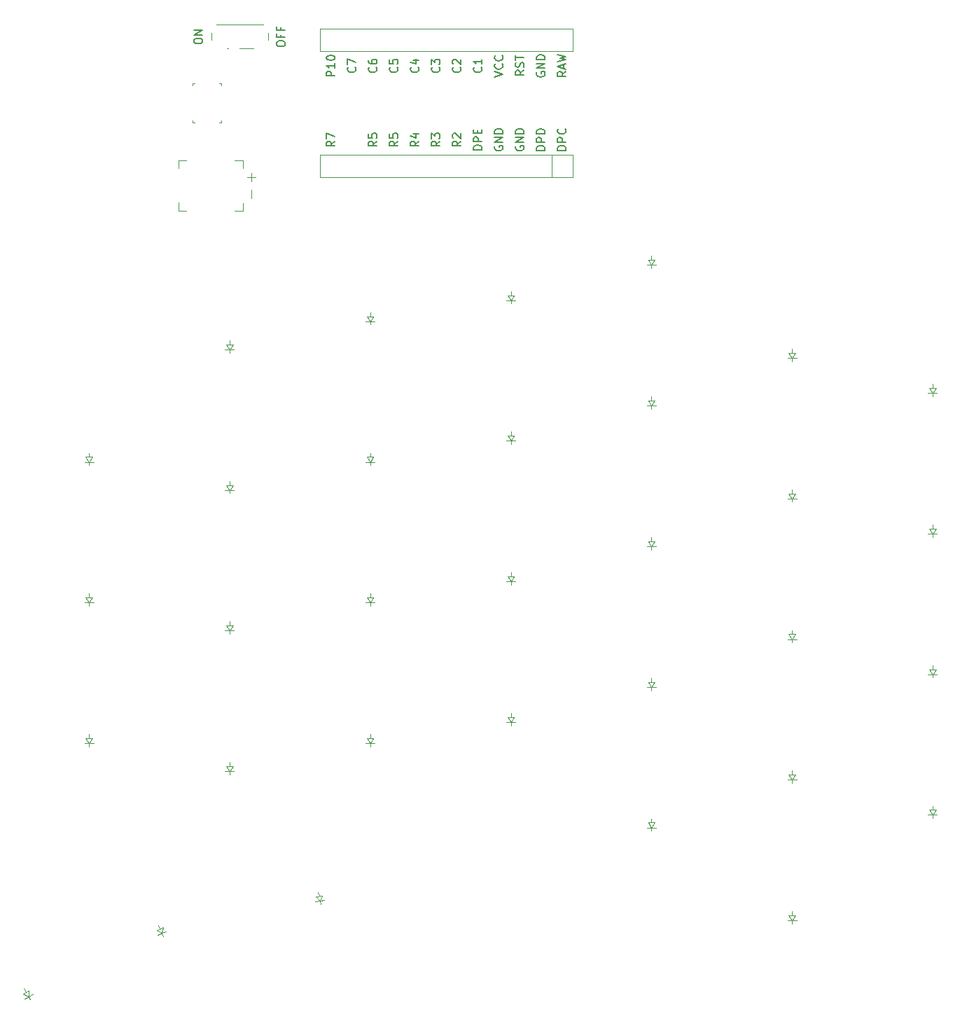
<source format=gto>
G04 #@! TF.GenerationSoftware,KiCad,Pcbnew,8.0.8+1*
G04 #@! TF.CreationDate,2025-08-10T15:44:05+00:00*
G04 #@! TF.ProjectId,right_pcb,72696768-745f-4706-9362-2e6b69636164,v0.2*
G04 #@! TF.SameCoordinates,Original*
G04 #@! TF.FileFunction,Legend,Top*
G04 #@! TF.FilePolarity,Positive*
%FSLAX46Y46*%
G04 Gerber Fmt 4.6, Leading zero omitted, Abs format (unit mm)*
G04 Created by KiCad (PCBNEW 8.0.8+1) date 2025-08-10 15:44:05*
%MOMM*%
%LPD*%
G01*
G04 APERTURE LIST*
%ADD10C,0.150000*%
%ADD11C,0.100000*%
%ADD12C,0.120000*%
%ADD13O,1.850000X1.300000*%
%ADD14C,1.800000*%
%ADD15C,1.000000*%
%ADD16C,2.000000*%
%ADD17C,3.100000*%
%ADD18C,3.500000*%
G04 APERTURE END LIST*
D10*
X250529580Y-41466666D02*
X250577200Y-41514285D01*
X250577200Y-41514285D02*
X250624819Y-41657142D01*
X250624819Y-41657142D02*
X250624819Y-41752380D01*
X250624819Y-41752380D02*
X250577200Y-41895237D01*
X250577200Y-41895237D02*
X250481961Y-41990475D01*
X250481961Y-41990475D02*
X250386723Y-42038094D01*
X250386723Y-42038094D02*
X250196247Y-42085713D01*
X250196247Y-42085713D02*
X250053390Y-42085713D01*
X250053390Y-42085713D02*
X249862914Y-42038094D01*
X249862914Y-42038094D02*
X249767676Y-41990475D01*
X249767676Y-41990475D02*
X249672438Y-41895237D01*
X249672438Y-41895237D02*
X249624819Y-41752380D01*
X249624819Y-41752380D02*
X249624819Y-41657142D01*
X249624819Y-41657142D02*
X249672438Y-41514285D01*
X249672438Y-41514285D02*
X249720057Y-41466666D01*
X249958152Y-40609523D02*
X250624819Y-40609523D01*
X249577200Y-40847618D02*
X250291485Y-41085713D01*
X250291485Y-41085713D02*
X250291485Y-40466666D01*
X253164819Y-50406666D02*
X252688628Y-50739999D01*
X253164819Y-50978094D02*
X252164819Y-50978094D01*
X252164819Y-50978094D02*
X252164819Y-50597142D01*
X252164819Y-50597142D02*
X252212438Y-50501904D01*
X252212438Y-50501904D02*
X252260057Y-50454285D01*
X252260057Y-50454285D02*
X252355295Y-50406666D01*
X252355295Y-50406666D02*
X252498152Y-50406666D01*
X252498152Y-50406666D02*
X252593390Y-50454285D01*
X252593390Y-50454285D02*
X252641009Y-50501904D01*
X252641009Y-50501904D02*
X252688628Y-50597142D01*
X252688628Y-50597142D02*
X252688628Y-50978094D01*
X252164819Y-50073332D02*
X252164819Y-49454285D01*
X252164819Y-49454285D02*
X252545771Y-49787618D01*
X252545771Y-49787618D02*
X252545771Y-49644761D01*
X252545771Y-49644761D02*
X252593390Y-49549523D01*
X252593390Y-49549523D02*
X252641009Y-49501904D01*
X252641009Y-49501904D02*
X252736247Y-49454285D01*
X252736247Y-49454285D02*
X252974342Y-49454285D01*
X252974342Y-49454285D02*
X253069580Y-49501904D01*
X253069580Y-49501904D02*
X253117200Y-49549523D01*
X253117200Y-49549523D02*
X253164819Y-49644761D01*
X253164819Y-49644761D02*
X253164819Y-49930475D01*
X253164819Y-49930475D02*
X253117200Y-50025713D01*
X253117200Y-50025713D02*
X253069580Y-50073332D01*
X248084819Y-50406666D02*
X247608628Y-50739999D01*
X248084819Y-50978094D02*
X247084819Y-50978094D01*
X247084819Y-50978094D02*
X247084819Y-50597142D01*
X247084819Y-50597142D02*
X247132438Y-50501904D01*
X247132438Y-50501904D02*
X247180057Y-50454285D01*
X247180057Y-50454285D02*
X247275295Y-50406666D01*
X247275295Y-50406666D02*
X247418152Y-50406666D01*
X247418152Y-50406666D02*
X247513390Y-50454285D01*
X247513390Y-50454285D02*
X247561009Y-50501904D01*
X247561009Y-50501904D02*
X247608628Y-50597142D01*
X247608628Y-50597142D02*
X247608628Y-50978094D01*
X247084819Y-49501904D02*
X247084819Y-49978094D01*
X247084819Y-49978094D02*
X247561009Y-50025713D01*
X247561009Y-50025713D02*
X247513390Y-49978094D01*
X247513390Y-49978094D02*
X247465771Y-49882856D01*
X247465771Y-49882856D02*
X247465771Y-49644761D01*
X247465771Y-49644761D02*
X247513390Y-49549523D01*
X247513390Y-49549523D02*
X247561009Y-49501904D01*
X247561009Y-49501904D02*
X247656247Y-49454285D01*
X247656247Y-49454285D02*
X247894342Y-49454285D01*
X247894342Y-49454285D02*
X247989580Y-49501904D01*
X247989580Y-49501904D02*
X248037200Y-49549523D01*
X248037200Y-49549523D02*
X248084819Y-49644761D01*
X248084819Y-49644761D02*
X248084819Y-49882856D01*
X248084819Y-49882856D02*
X248037200Y-49978094D01*
X248037200Y-49978094D02*
X247989580Y-50025713D01*
X242909580Y-41466666D02*
X242957200Y-41514285D01*
X242957200Y-41514285D02*
X243004819Y-41657142D01*
X243004819Y-41657142D02*
X243004819Y-41752380D01*
X243004819Y-41752380D02*
X242957200Y-41895237D01*
X242957200Y-41895237D02*
X242861961Y-41990475D01*
X242861961Y-41990475D02*
X242766723Y-42038094D01*
X242766723Y-42038094D02*
X242576247Y-42085713D01*
X242576247Y-42085713D02*
X242433390Y-42085713D01*
X242433390Y-42085713D02*
X242242914Y-42038094D01*
X242242914Y-42038094D02*
X242147676Y-41990475D01*
X242147676Y-41990475D02*
X242052438Y-41895237D01*
X242052438Y-41895237D02*
X242004819Y-41752380D01*
X242004819Y-41752380D02*
X242004819Y-41657142D01*
X242004819Y-41657142D02*
X242052438Y-41514285D01*
X242052438Y-41514285D02*
X242100057Y-41466666D01*
X242004819Y-41133332D02*
X242004819Y-40466666D01*
X242004819Y-40466666D02*
X243004819Y-40895237D01*
X255704819Y-50406666D02*
X255228628Y-50739999D01*
X255704819Y-50978094D02*
X254704819Y-50978094D01*
X254704819Y-50978094D02*
X254704819Y-50597142D01*
X254704819Y-50597142D02*
X254752438Y-50501904D01*
X254752438Y-50501904D02*
X254800057Y-50454285D01*
X254800057Y-50454285D02*
X254895295Y-50406666D01*
X254895295Y-50406666D02*
X255038152Y-50406666D01*
X255038152Y-50406666D02*
X255133390Y-50454285D01*
X255133390Y-50454285D02*
X255181009Y-50501904D01*
X255181009Y-50501904D02*
X255228628Y-50597142D01*
X255228628Y-50597142D02*
X255228628Y-50978094D01*
X254800057Y-50025713D02*
X254752438Y-49978094D01*
X254752438Y-49978094D02*
X254704819Y-49882856D01*
X254704819Y-49882856D02*
X254704819Y-49644761D01*
X254704819Y-49644761D02*
X254752438Y-49549523D01*
X254752438Y-49549523D02*
X254800057Y-49501904D01*
X254800057Y-49501904D02*
X254895295Y-49454285D01*
X254895295Y-49454285D02*
X254990533Y-49454285D01*
X254990533Y-49454285D02*
X255133390Y-49501904D01*
X255133390Y-49501904D02*
X255704819Y-50073332D01*
X255704819Y-50073332D02*
X255704819Y-49454285D01*
X259784819Y-42633332D02*
X260784819Y-42299999D01*
X260784819Y-42299999D02*
X259784819Y-41966666D01*
X260689580Y-41061904D02*
X260737200Y-41109523D01*
X260737200Y-41109523D02*
X260784819Y-41252380D01*
X260784819Y-41252380D02*
X260784819Y-41347618D01*
X260784819Y-41347618D02*
X260737200Y-41490475D01*
X260737200Y-41490475D02*
X260641961Y-41585713D01*
X260641961Y-41585713D02*
X260546723Y-41633332D01*
X260546723Y-41633332D02*
X260356247Y-41680951D01*
X260356247Y-41680951D02*
X260213390Y-41680951D01*
X260213390Y-41680951D02*
X260022914Y-41633332D01*
X260022914Y-41633332D02*
X259927676Y-41585713D01*
X259927676Y-41585713D02*
X259832438Y-41490475D01*
X259832438Y-41490475D02*
X259784819Y-41347618D01*
X259784819Y-41347618D02*
X259784819Y-41252380D01*
X259784819Y-41252380D02*
X259832438Y-41109523D01*
X259832438Y-41109523D02*
X259880057Y-41061904D01*
X260689580Y-40061904D02*
X260737200Y-40109523D01*
X260737200Y-40109523D02*
X260784819Y-40252380D01*
X260784819Y-40252380D02*
X260784819Y-40347618D01*
X260784819Y-40347618D02*
X260737200Y-40490475D01*
X260737200Y-40490475D02*
X260641961Y-40585713D01*
X260641961Y-40585713D02*
X260546723Y-40633332D01*
X260546723Y-40633332D02*
X260356247Y-40680951D01*
X260356247Y-40680951D02*
X260213390Y-40680951D01*
X260213390Y-40680951D02*
X260022914Y-40633332D01*
X260022914Y-40633332D02*
X259927676Y-40585713D01*
X259927676Y-40585713D02*
X259832438Y-40490475D01*
X259832438Y-40490475D02*
X259784819Y-40347618D01*
X259784819Y-40347618D02*
X259784819Y-40252380D01*
X259784819Y-40252380D02*
X259832438Y-40109523D01*
X259832438Y-40109523D02*
X259880057Y-40061904D01*
X263324819Y-41847619D02*
X262848628Y-42180952D01*
X263324819Y-42419047D02*
X262324819Y-42419047D01*
X262324819Y-42419047D02*
X262324819Y-42038095D01*
X262324819Y-42038095D02*
X262372438Y-41942857D01*
X262372438Y-41942857D02*
X262420057Y-41895238D01*
X262420057Y-41895238D02*
X262515295Y-41847619D01*
X262515295Y-41847619D02*
X262658152Y-41847619D01*
X262658152Y-41847619D02*
X262753390Y-41895238D01*
X262753390Y-41895238D02*
X262801009Y-41942857D01*
X262801009Y-41942857D02*
X262848628Y-42038095D01*
X262848628Y-42038095D02*
X262848628Y-42419047D01*
X263277200Y-41466666D02*
X263324819Y-41323809D01*
X263324819Y-41323809D02*
X263324819Y-41085714D01*
X263324819Y-41085714D02*
X263277200Y-40990476D01*
X263277200Y-40990476D02*
X263229580Y-40942857D01*
X263229580Y-40942857D02*
X263134342Y-40895238D01*
X263134342Y-40895238D02*
X263039104Y-40895238D01*
X263039104Y-40895238D02*
X262943866Y-40942857D01*
X262943866Y-40942857D02*
X262896247Y-40990476D01*
X262896247Y-40990476D02*
X262848628Y-41085714D01*
X262848628Y-41085714D02*
X262801009Y-41276190D01*
X262801009Y-41276190D02*
X262753390Y-41371428D01*
X262753390Y-41371428D02*
X262705771Y-41419047D01*
X262705771Y-41419047D02*
X262610533Y-41466666D01*
X262610533Y-41466666D02*
X262515295Y-41466666D01*
X262515295Y-41466666D02*
X262420057Y-41419047D01*
X262420057Y-41419047D02*
X262372438Y-41371428D01*
X262372438Y-41371428D02*
X262324819Y-41276190D01*
X262324819Y-41276190D02*
X262324819Y-41038095D01*
X262324819Y-41038095D02*
X262372438Y-40895238D01*
X262324819Y-40609523D02*
X262324819Y-40038095D01*
X263324819Y-40323809D02*
X262324819Y-40323809D01*
X262372438Y-51001904D02*
X262324819Y-51097142D01*
X262324819Y-51097142D02*
X262324819Y-51239999D01*
X262324819Y-51239999D02*
X262372438Y-51382856D01*
X262372438Y-51382856D02*
X262467676Y-51478094D01*
X262467676Y-51478094D02*
X262562914Y-51525713D01*
X262562914Y-51525713D02*
X262753390Y-51573332D01*
X262753390Y-51573332D02*
X262896247Y-51573332D01*
X262896247Y-51573332D02*
X263086723Y-51525713D01*
X263086723Y-51525713D02*
X263181961Y-51478094D01*
X263181961Y-51478094D02*
X263277200Y-51382856D01*
X263277200Y-51382856D02*
X263324819Y-51239999D01*
X263324819Y-51239999D02*
X263324819Y-51144761D01*
X263324819Y-51144761D02*
X263277200Y-51001904D01*
X263277200Y-51001904D02*
X263229580Y-50954285D01*
X263229580Y-50954285D02*
X262896247Y-50954285D01*
X262896247Y-50954285D02*
X262896247Y-51144761D01*
X263324819Y-50525713D02*
X262324819Y-50525713D01*
X262324819Y-50525713D02*
X263324819Y-49954285D01*
X263324819Y-49954285D02*
X262324819Y-49954285D01*
X263324819Y-49478094D02*
X262324819Y-49478094D01*
X262324819Y-49478094D02*
X262324819Y-49239999D01*
X262324819Y-49239999D02*
X262372438Y-49097142D01*
X262372438Y-49097142D02*
X262467676Y-49001904D01*
X262467676Y-49001904D02*
X262562914Y-48954285D01*
X262562914Y-48954285D02*
X262753390Y-48906666D01*
X262753390Y-48906666D02*
X262896247Y-48906666D01*
X262896247Y-48906666D02*
X263086723Y-48954285D01*
X263086723Y-48954285D02*
X263181961Y-49001904D01*
X263181961Y-49001904D02*
X263277200Y-49097142D01*
X263277200Y-49097142D02*
X263324819Y-49239999D01*
X263324819Y-49239999D02*
X263324819Y-49478094D01*
X255609580Y-41466666D02*
X255657200Y-41514285D01*
X255657200Y-41514285D02*
X255704819Y-41657142D01*
X255704819Y-41657142D02*
X255704819Y-41752380D01*
X255704819Y-41752380D02*
X255657200Y-41895237D01*
X255657200Y-41895237D02*
X255561961Y-41990475D01*
X255561961Y-41990475D02*
X255466723Y-42038094D01*
X255466723Y-42038094D02*
X255276247Y-42085713D01*
X255276247Y-42085713D02*
X255133390Y-42085713D01*
X255133390Y-42085713D02*
X254942914Y-42038094D01*
X254942914Y-42038094D02*
X254847676Y-41990475D01*
X254847676Y-41990475D02*
X254752438Y-41895237D01*
X254752438Y-41895237D02*
X254704819Y-41752380D01*
X254704819Y-41752380D02*
X254704819Y-41657142D01*
X254704819Y-41657142D02*
X254752438Y-41514285D01*
X254752438Y-41514285D02*
X254800057Y-41466666D01*
X254800057Y-41085713D02*
X254752438Y-41038094D01*
X254752438Y-41038094D02*
X254704819Y-40942856D01*
X254704819Y-40942856D02*
X254704819Y-40704761D01*
X254704819Y-40704761D02*
X254752438Y-40609523D01*
X254752438Y-40609523D02*
X254800057Y-40561904D01*
X254800057Y-40561904D02*
X254895295Y-40514285D01*
X254895295Y-40514285D02*
X254990533Y-40514285D01*
X254990533Y-40514285D02*
X255133390Y-40561904D01*
X255133390Y-40561904D02*
X255704819Y-41133332D01*
X255704819Y-41133332D02*
X255704819Y-40514285D01*
X258149580Y-41466666D02*
X258197200Y-41514285D01*
X258197200Y-41514285D02*
X258244819Y-41657142D01*
X258244819Y-41657142D02*
X258244819Y-41752380D01*
X258244819Y-41752380D02*
X258197200Y-41895237D01*
X258197200Y-41895237D02*
X258101961Y-41990475D01*
X258101961Y-41990475D02*
X258006723Y-42038094D01*
X258006723Y-42038094D02*
X257816247Y-42085713D01*
X257816247Y-42085713D02*
X257673390Y-42085713D01*
X257673390Y-42085713D02*
X257482914Y-42038094D01*
X257482914Y-42038094D02*
X257387676Y-41990475D01*
X257387676Y-41990475D02*
X257292438Y-41895237D01*
X257292438Y-41895237D02*
X257244819Y-41752380D01*
X257244819Y-41752380D02*
X257244819Y-41657142D01*
X257244819Y-41657142D02*
X257292438Y-41514285D01*
X257292438Y-41514285D02*
X257340057Y-41466666D01*
X258244819Y-40514285D02*
X258244819Y-41085713D01*
X258244819Y-40799999D02*
X257244819Y-40799999D01*
X257244819Y-40799999D02*
X257387676Y-40895237D01*
X257387676Y-40895237D02*
X257482914Y-40990475D01*
X257482914Y-40990475D02*
X257530533Y-41085713D01*
X245449580Y-41466666D02*
X245497200Y-41514285D01*
X245497200Y-41514285D02*
X245544819Y-41657142D01*
X245544819Y-41657142D02*
X245544819Y-41752380D01*
X245544819Y-41752380D02*
X245497200Y-41895237D01*
X245497200Y-41895237D02*
X245401961Y-41990475D01*
X245401961Y-41990475D02*
X245306723Y-42038094D01*
X245306723Y-42038094D02*
X245116247Y-42085713D01*
X245116247Y-42085713D02*
X244973390Y-42085713D01*
X244973390Y-42085713D02*
X244782914Y-42038094D01*
X244782914Y-42038094D02*
X244687676Y-41990475D01*
X244687676Y-41990475D02*
X244592438Y-41895237D01*
X244592438Y-41895237D02*
X244544819Y-41752380D01*
X244544819Y-41752380D02*
X244544819Y-41657142D01*
X244544819Y-41657142D02*
X244592438Y-41514285D01*
X244592438Y-41514285D02*
X244640057Y-41466666D01*
X244544819Y-40609523D02*
X244544819Y-40799999D01*
X244544819Y-40799999D02*
X244592438Y-40895237D01*
X244592438Y-40895237D02*
X244640057Y-40942856D01*
X244640057Y-40942856D02*
X244782914Y-41038094D01*
X244782914Y-41038094D02*
X244973390Y-41085713D01*
X244973390Y-41085713D02*
X245354342Y-41085713D01*
X245354342Y-41085713D02*
X245449580Y-41038094D01*
X245449580Y-41038094D02*
X245497200Y-40990475D01*
X245497200Y-40990475D02*
X245544819Y-40895237D01*
X245544819Y-40895237D02*
X245544819Y-40704761D01*
X245544819Y-40704761D02*
X245497200Y-40609523D01*
X245497200Y-40609523D02*
X245449580Y-40561904D01*
X245449580Y-40561904D02*
X245354342Y-40514285D01*
X245354342Y-40514285D02*
X245116247Y-40514285D01*
X245116247Y-40514285D02*
X245021009Y-40561904D01*
X245021009Y-40561904D02*
X244973390Y-40609523D01*
X244973390Y-40609523D02*
X244925771Y-40704761D01*
X244925771Y-40704761D02*
X244925771Y-40895237D01*
X244925771Y-40895237D02*
X244973390Y-40990475D01*
X244973390Y-40990475D02*
X245021009Y-41038094D01*
X245021009Y-41038094D02*
X245116247Y-41085713D01*
X240464819Y-50406666D02*
X239988628Y-50739999D01*
X240464819Y-50978094D02*
X239464819Y-50978094D01*
X239464819Y-50978094D02*
X239464819Y-50597142D01*
X239464819Y-50597142D02*
X239512438Y-50501904D01*
X239512438Y-50501904D02*
X239560057Y-50454285D01*
X239560057Y-50454285D02*
X239655295Y-50406666D01*
X239655295Y-50406666D02*
X239798152Y-50406666D01*
X239798152Y-50406666D02*
X239893390Y-50454285D01*
X239893390Y-50454285D02*
X239941009Y-50501904D01*
X239941009Y-50501904D02*
X239988628Y-50597142D01*
X239988628Y-50597142D02*
X239988628Y-50978094D01*
X239464819Y-50073332D02*
X239464819Y-49406666D01*
X239464819Y-49406666D02*
X240464819Y-49835237D01*
X258244819Y-51454285D02*
X257244819Y-51454285D01*
X257244819Y-51454285D02*
X257244819Y-51216190D01*
X257244819Y-51216190D02*
X257292438Y-51073333D01*
X257292438Y-51073333D02*
X257387676Y-50978095D01*
X257387676Y-50978095D02*
X257482914Y-50930476D01*
X257482914Y-50930476D02*
X257673390Y-50882857D01*
X257673390Y-50882857D02*
X257816247Y-50882857D01*
X257816247Y-50882857D02*
X258006723Y-50930476D01*
X258006723Y-50930476D02*
X258101961Y-50978095D01*
X258101961Y-50978095D02*
X258197200Y-51073333D01*
X258197200Y-51073333D02*
X258244819Y-51216190D01*
X258244819Y-51216190D02*
X258244819Y-51454285D01*
X258244819Y-50454285D02*
X257244819Y-50454285D01*
X257244819Y-50454285D02*
X257244819Y-50073333D01*
X257244819Y-50073333D02*
X257292438Y-49978095D01*
X257292438Y-49978095D02*
X257340057Y-49930476D01*
X257340057Y-49930476D02*
X257435295Y-49882857D01*
X257435295Y-49882857D02*
X257578152Y-49882857D01*
X257578152Y-49882857D02*
X257673390Y-49930476D01*
X257673390Y-49930476D02*
X257721009Y-49978095D01*
X257721009Y-49978095D02*
X257768628Y-50073333D01*
X257768628Y-50073333D02*
X257768628Y-50454285D01*
X257721009Y-49454285D02*
X257721009Y-49120952D01*
X258244819Y-48978095D02*
X258244819Y-49454285D01*
X258244819Y-49454285D02*
X257244819Y-49454285D01*
X257244819Y-49454285D02*
X257244819Y-48978095D01*
X245544819Y-50406666D02*
X245068628Y-50739999D01*
X245544819Y-50978094D02*
X244544819Y-50978094D01*
X244544819Y-50978094D02*
X244544819Y-50597142D01*
X244544819Y-50597142D02*
X244592438Y-50501904D01*
X244592438Y-50501904D02*
X244640057Y-50454285D01*
X244640057Y-50454285D02*
X244735295Y-50406666D01*
X244735295Y-50406666D02*
X244878152Y-50406666D01*
X244878152Y-50406666D02*
X244973390Y-50454285D01*
X244973390Y-50454285D02*
X245021009Y-50501904D01*
X245021009Y-50501904D02*
X245068628Y-50597142D01*
X245068628Y-50597142D02*
X245068628Y-50978094D01*
X244544819Y-49501904D02*
X244544819Y-49978094D01*
X244544819Y-49978094D02*
X245021009Y-50025713D01*
X245021009Y-50025713D02*
X244973390Y-49978094D01*
X244973390Y-49978094D02*
X244925771Y-49882856D01*
X244925771Y-49882856D02*
X244925771Y-49644761D01*
X244925771Y-49644761D02*
X244973390Y-49549523D01*
X244973390Y-49549523D02*
X245021009Y-49501904D01*
X245021009Y-49501904D02*
X245116247Y-49454285D01*
X245116247Y-49454285D02*
X245354342Y-49454285D01*
X245354342Y-49454285D02*
X245449580Y-49501904D01*
X245449580Y-49501904D02*
X245497200Y-49549523D01*
X245497200Y-49549523D02*
X245544819Y-49644761D01*
X245544819Y-49644761D02*
X245544819Y-49882856D01*
X245544819Y-49882856D02*
X245497200Y-49978094D01*
X245497200Y-49978094D02*
X245449580Y-50025713D01*
X264912438Y-42061904D02*
X264864819Y-42157142D01*
X264864819Y-42157142D02*
X264864819Y-42299999D01*
X264864819Y-42299999D02*
X264912438Y-42442856D01*
X264912438Y-42442856D02*
X265007676Y-42538094D01*
X265007676Y-42538094D02*
X265102914Y-42585713D01*
X265102914Y-42585713D02*
X265293390Y-42633332D01*
X265293390Y-42633332D02*
X265436247Y-42633332D01*
X265436247Y-42633332D02*
X265626723Y-42585713D01*
X265626723Y-42585713D02*
X265721961Y-42538094D01*
X265721961Y-42538094D02*
X265817200Y-42442856D01*
X265817200Y-42442856D02*
X265864819Y-42299999D01*
X265864819Y-42299999D02*
X265864819Y-42204761D01*
X265864819Y-42204761D02*
X265817200Y-42061904D01*
X265817200Y-42061904D02*
X265769580Y-42014285D01*
X265769580Y-42014285D02*
X265436247Y-42014285D01*
X265436247Y-42014285D02*
X265436247Y-42204761D01*
X265864819Y-41585713D02*
X264864819Y-41585713D01*
X264864819Y-41585713D02*
X265864819Y-41014285D01*
X265864819Y-41014285D02*
X264864819Y-41014285D01*
X265864819Y-40538094D02*
X264864819Y-40538094D01*
X264864819Y-40538094D02*
X264864819Y-40299999D01*
X264864819Y-40299999D02*
X264912438Y-40157142D01*
X264912438Y-40157142D02*
X265007676Y-40061904D01*
X265007676Y-40061904D02*
X265102914Y-40014285D01*
X265102914Y-40014285D02*
X265293390Y-39966666D01*
X265293390Y-39966666D02*
X265436247Y-39966666D01*
X265436247Y-39966666D02*
X265626723Y-40014285D01*
X265626723Y-40014285D02*
X265721961Y-40061904D01*
X265721961Y-40061904D02*
X265817200Y-40157142D01*
X265817200Y-40157142D02*
X265864819Y-40299999D01*
X265864819Y-40299999D02*
X265864819Y-40538094D01*
X240464819Y-42514285D02*
X239464819Y-42514285D01*
X239464819Y-42514285D02*
X239464819Y-42133333D01*
X239464819Y-42133333D02*
X239512438Y-42038095D01*
X239512438Y-42038095D02*
X239560057Y-41990476D01*
X239560057Y-41990476D02*
X239655295Y-41942857D01*
X239655295Y-41942857D02*
X239798152Y-41942857D01*
X239798152Y-41942857D02*
X239893390Y-41990476D01*
X239893390Y-41990476D02*
X239941009Y-42038095D01*
X239941009Y-42038095D02*
X239988628Y-42133333D01*
X239988628Y-42133333D02*
X239988628Y-42514285D01*
X240464819Y-40990476D02*
X240464819Y-41561904D01*
X240464819Y-41276190D02*
X239464819Y-41276190D01*
X239464819Y-41276190D02*
X239607676Y-41371428D01*
X239607676Y-41371428D02*
X239702914Y-41466666D01*
X239702914Y-41466666D02*
X239750533Y-41561904D01*
X239464819Y-40371428D02*
X239464819Y-40276190D01*
X239464819Y-40276190D02*
X239512438Y-40180952D01*
X239512438Y-40180952D02*
X239560057Y-40133333D01*
X239560057Y-40133333D02*
X239655295Y-40085714D01*
X239655295Y-40085714D02*
X239845771Y-40038095D01*
X239845771Y-40038095D02*
X240083866Y-40038095D01*
X240083866Y-40038095D02*
X240274342Y-40085714D01*
X240274342Y-40085714D02*
X240369580Y-40133333D01*
X240369580Y-40133333D02*
X240417200Y-40180952D01*
X240417200Y-40180952D02*
X240464819Y-40276190D01*
X240464819Y-40276190D02*
X240464819Y-40371428D01*
X240464819Y-40371428D02*
X240417200Y-40466666D01*
X240417200Y-40466666D02*
X240369580Y-40514285D01*
X240369580Y-40514285D02*
X240274342Y-40561904D01*
X240274342Y-40561904D02*
X240083866Y-40609523D01*
X240083866Y-40609523D02*
X239845771Y-40609523D01*
X239845771Y-40609523D02*
X239655295Y-40561904D01*
X239655295Y-40561904D02*
X239560057Y-40514285D01*
X239560057Y-40514285D02*
X239512438Y-40466666D01*
X239512438Y-40466666D02*
X239464819Y-40371428D01*
X268404819Y-51501904D02*
X267404819Y-51501904D01*
X267404819Y-51501904D02*
X267404819Y-51263809D01*
X267404819Y-51263809D02*
X267452438Y-51120952D01*
X267452438Y-51120952D02*
X267547676Y-51025714D01*
X267547676Y-51025714D02*
X267642914Y-50978095D01*
X267642914Y-50978095D02*
X267833390Y-50930476D01*
X267833390Y-50930476D02*
X267976247Y-50930476D01*
X267976247Y-50930476D02*
X268166723Y-50978095D01*
X268166723Y-50978095D02*
X268261961Y-51025714D01*
X268261961Y-51025714D02*
X268357200Y-51120952D01*
X268357200Y-51120952D02*
X268404819Y-51263809D01*
X268404819Y-51263809D02*
X268404819Y-51501904D01*
X268404819Y-50501904D02*
X267404819Y-50501904D01*
X267404819Y-50501904D02*
X267404819Y-50120952D01*
X267404819Y-50120952D02*
X267452438Y-50025714D01*
X267452438Y-50025714D02*
X267500057Y-49978095D01*
X267500057Y-49978095D02*
X267595295Y-49930476D01*
X267595295Y-49930476D02*
X267738152Y-49930476D01*
X267738152Y-49930476D02*
X267833390Y-49978095D01*
X267833390Y-49978095D02*
X267881009Y-50025714D01*
X267881009Y-50025714D02*
X267928628Y-50120952D01*
X267928628Y-50120952D02*
X267928628Y-50501904D01*
X268309580Y-48930476D02*
X268357200Y-48978095D01*
X268357200Y-48978095D02*
X268404819Y-49120952D01*
X268404819Y-49120952D02*
X268404819Y-49216190D01*
X268404819Y-49216190D02*
X268357200Y-49359047D01*
X268357200Y-49359047D02*
X268261961Y-49454285D01*
X268261961Y-49454285D02*
X268166723Y-49501904D01*
X268166723Y-49501904D02*
X267976247Y-49549523D01*
X267976247Y-49549523D02*
X267833390Y-49549523D01*
X267833390Y-49549523D02*
X267642914Y-49501904D01*
X267642914Y-49501904D02*
X267547676Y-49454285D01*
X267547676Y-49454285D02*
X267452438Y-49359047D01*
X267452438Y-49359047D02*
X267404819Y-49216190D01*
X267404819Y-49216190D02*
X267404819Y-49120952D01*
X267404819Y-49120952D02*
X267452438Y-48978095D01*
X267452438Y-48978095D02*
X267500057Y-48930476D01*
X268404819Y-41990476D02*
X267928628Y-42323809D01*
X268404819Y-42561904D02*
X267404819Y-42561904D01*
X267404819Y-42561904D02*
X267404819Y-42180952D01*
X267404819Y-42180952D02*
X267452438Y-42085714D01*
X267452438Y-42085714D02*
X267500057Y-42038095D01*
X267500057Y-42038095D02*
X267595295Y-41990476D01*
X267595295Y-41990476D02*
X267738152Y-41990476D01*
X267738152Y-41990476D02*
X267833390Y-42038095D01*
X267833390Y-42038095D02*
X267881009Y-42085714D01*
X267881009Y-42085714D02*
X267928628Y-42180952D01*
X267928628Y-42180952D02*
X267928628Y-42561904D01*
X268119104Y-41609523D02*
X268119104Y-41133333D01*
X268404819Y-41704761D02*
X267404819Y-41371428D01*
X267404819Y-41371428D02*
X268404819Y-41038095D01*
X267404819Y-40799999D02*
X268404819Y-40561904D01*
X268404819Y-40561904D02*
X267690533Y-40371428D01*
X267690533Y-40371428D02*
X268404819Y-40180952D01*
X268404819Y-40180952D02*
X267404819Y-39942857D01*
X247989580Y-41466666D02*
X248037200Y-41514285D01*
X248037200Y-41514285D02*
X248084819Y-41657142D01*
X248084819Y-41657142D02*
X248084819Y-41752380D01*
X248084819Y-41752380D02*
X248037200Y-41895237D01*
X248037200Y-41895237D02*
X247941961Y-41990475D01*
X247941961Y-41990475D02*
X247846723Y-42038094D01*
X247846723Y-42038094D02*
X247656247Y-42085713D01*
X247656247Y-42085713D02*
X247513390Y-42085713D01*
X247513390Y-42085713D02*
X247322914Y-42038094D01*
X247322914Y-42038094D02*
X247227676Y-41990475D01*
X247227676Y-41990475D02*
X247132438Y-41895237D01*
X247132438Y-41895237D02*
X247084819Y-41752380D01*
X247084819Y-41752380D02*
X247084819Y-41657142D01*
X247084819Y-41657142D02*
X247132438Y-41514285D01*
X247132438Y-41514285D02*
X247180057Y-41466666D01*
X247084819Y-40561904D02*
X247084819Y-41038094D01*
X247084819Y-41038094D02*
X247561009Y-41085713D01*
X247561009Y-41085713D02*
X247513390Y-41038094D01*
X247513390Y-41038094D02*
X247465771Y-40942856D01*
X247465771Y-40942856D02*
X247465771Y-40704761D01*
X247465771Y-40704761D02*
X247513390Y-40609523D01*
X247513390Y-40609523D02*
X247561009Y-40561904D01*
X247561009Y-40561904D02*
X247656247Y-40514285D01*
X247656247Y-40514285D02*
X247894342Y-40514285D01*
X247894342Y-40514285D02*
X247989580Y-40561904D01*
X247989580Y-40561904D02*
X248037200Y-40609523D01*
X248037200Y-40609523D02*
X248084819Y-40704761D01*
X248084819Y-40704761D02*
X248084819Y-40942856D01*
X248084819Y-40942856D02*
X248037200Y-41038094D01*
X248037200Y-41038094D02*
X247989580Y-41085713D01*
X253069580Y-41466666D02*
X253117200Y-41514285D01*
X253117200Y-41514285D02*
X253164819Y-41657142D01*
X253164819Y-41657142D02*
X253164819Y-41752380D01*
X253164819Y-41752380D02*
X253117200Y-41895237D01*
X253117200Y-41895237D02*
X253021961Y-41990475D01*
X253021961Y-41990475D02*
X252926723Y-42038094D01*
X252926723Y-42038094D02*
X252736247Y-42085713D01*
X252736247Y-42085713D02*
X252593390Y-42085713D01*
X252593390Y-42085713D02*
X252402914Y-42038094D01*
X252402914Y-42038094D02*
X252307676Y-41990475D01*
X252307676Y-41990475D02*
X252212438Y-41895237D01*
X252212438Y-41895237D02*
X252164819Y-41752380D01*
X252164819Y-41752380D02*
X252164819Y-41657142D01*
X252164819Y-41657142D02*
X252212438Y-41514285D01*
X252212438Y-41514285D02*
X252260057Y-41466666D01*
X252164819Y-41133332D02*
X252164819Y-40514285D01*
X252164819Y-40514285D02*
X252545771Y-40847618D01*
X252545771Y-40847618D02*
X252545771Y-40704761D01*
X252545771Y-40704761D02*
X252593390Y-40609523D01*
X252593390Y-40609523D02*
X252641009Y-40561904D01*
X252641009Y-40561904D02*
X252736247Y-40514285D01*
X252736247Y-40514285D02*
X252974342Y-40514285D01*
X252974342Y-40514285D02*
X253069580Y-40561904D01*
X253069580Y-40561904D02*
X253117200Y-40609523D01*
X253117200Y-40609523D02*
X253164819Y-40704761D01*
X253164819Y-40704761D02*
X253164819Y-40990475D01*
X253164819Y-40990475D02*
X253117200Y-41085713D01*
X253117200Y-41085713D02*
X253069580Y-41133332D01*
X265864819Y-51501904D02*
X264864819Y-51501904D01*
X264864819Y-51501904D02*
X264864819Y-51263809D01*
X264864819Y-51263809D02*
X264912438Y-51120952D01*
X264912438Y-51120952D02*
X265007676Y-51025714D01*
X265007676Y-51025714D02*
X265102914Y-50978095D01*
X265102914Y-50978095D02*
X265293390Y-50930476D01*
X265293390Y-50930476D02*
X265436247Y-50930476D01*
X265436247Y-50930476D02*
X265626723Y-50978095D01*
X265626723Y-50978095D02*
X265721961Y-51025714D01*
X265721961Y-51025714D02*
X265817200Y-51120952D01*
X265817200Y-51120952D02*
X265864819Y-51263809D01*
X265864819Y-51263809D02*
X265864819Y-51501904D01*
X265864819Y-50501904D02*
X264864819Y-50501904D01*
X264864819Y-50501904D02*
X264864819Y-50120952D01*
X264864819Y-50120952D02*
X264912438Y-50025714D01*
X264912438Y-50025714D02*
X264960057Y-49978095D01*
X264960057Y-49978095D02*
X265055295Y-49930476D01*
X265055295Y-49930476D02*
X265198152Y-49930476D01*
X265198152Y-49930476D02*
X265293390Y-49978095D01*
X265293390Y-49978095D02*
X265341009Y-50025714D01*
X265341009Y-50025714D02*
X265388628Y-50120952D01*
X265388628Y-50120952D02*
X265388628Y-50501904D01*
X265864819Y-49501904D02*
X264864819Y-49501904D01*
X264864819Y-49501904D02*
X264864819Y-49263809D01*
X264864819Y-49263809D02*
X264912438Y-49120952D01*
X264912438Y-49120952D02*
X265007676Y-49025714D01*
X265007676Y-49025714D02*
X265102914Y-48978095D01*
X265102914Y-48978095D02*
X265293390Y-48930476D01*
X265293390Y-48930476D02*
X265436247Y-48930476D01*
X265436247Y-48930476D02*
X265626723Y-48978095D01*
X265626723Y-48978095D02*
X265721961Y-49025714D01*
X265721961Y-49025714D02*
X265817200Y-49120952D01*
X265817200Y-49120952D02*
X265864819Y-49263809D01*
X265864819Y-49263809D02*
X265864819Y-49501904D01*
X250624819Y-50406666D02*
X250148628Y-50739999D01*
X250624819Y-50978094D02*
X249624819Y-50978094D01*
X249624819Y-50978094D02*
X249624819Y-50597142D01*
X249624819Y-50597142D02*
X249672438Y-50501904D01*
X249672438Y-50501904D02*
X249720057Y-50454285D01*
X249720057Y-50454285D02*
X249815295Y-50406666D01*
X249815295Y-50406666D02*
X249958152Y-50406666D01*
X249958152Y-50406666D02*
X250053390Y-50454285D01*
X250053390Y-50454285D02*
X250101009Y-50501904D01*
X250101009Y-50501904D02*
X250148628Y-50597142D01*
X250148628Y-50597142D02*
X250148628Y-50978094D01*
X249958152Y-49549523D02*
X250624819Y-49549523D01*
X249577200Y-49787618D02*
X250291485Y-50025713D01*
X250291485Y-50025713D02*
X250291485Y-49406666D01*
X259832438Y-51001904D02*
X259784819Y-51097142D01*
X259784819Y-51097142D02*
X259784819Y-51239999D01*
X259784819Y-51239999D02*
X259832438Y-51382856D01*
X259832438Y-51382856D02*
X259927676Y-51478094D01*
X259927676Y-51478094D02*
X260022914Y-51525713D01*
X260022914Y-51525713D02*
X260213390Y-51573332D01*
X260213390Y-51573332D02*
X260356247Y-51573332D01*
X260356247Y-51573332D02*
X260546723Y-51525713D01*
X260546723Y-51525713D02*
X260641961Y-51478094D01*
X260641961Y-51478094D02*
X260737200Y-51382856D01*
X260737200Y-51382856D02*
X260784819Y-51239999D01*
X260784819Y-51239999D02*
X260784819Y-51144761D01*
X260784819Y-51144761D02*
X260737200Y-51001904D01*
X260737200Y-51001904D02*
X260689580Y-50954285D01*
X260689580Y-50954285D02*
X260356247Y-50954285D01*
X260356247Y-50954285D02*
X260356247Y-51144761D01*
X260784819Y-50525713D02*
X259784819Y-50525713D01*
X259784819Y-50525713D02*
X260784819Y-49954285D01*
X260784819Y-49954285D02*
X259784819Y-49954285D01*
X260784819Y-49478094D02*
X259784819Y-49478094D01*
X259784819Y-49478094D02*
X259784819Y-49239999D01*
X259784819Y-49239999D02*
X259832438Y-49097142D01*
X259832438Y-49097142D02*
X259927676Y-49001904D01*
X259927676Y-49001904D02*
X260022914Y-48954285D01*
X260022914Y-48954285D02*
X260213390Y-48906666D01*
X260213390Y-48906666D02*
X260356247Y-48906666D01*
X260356247Y-48906666D02*
X260546723Y-48954285D01*
X260546723Y-48954285D02*
X260641961Y-49001904D01*
X260641961Y-49001904D02*
X260737200Y-49097142D01*
X260737200Y-49097142D02*
X260784819Y-49239999D01*
X260784819Y-49239999D02*
X260784819Y-49478094D01*
X233454819Y-38722380D02*
X233454819Y-38531904D01*
X233454819Y-38531904D02*
X233502438Y-38436666D01*
X233502438Y-38436666D02*
X233597676Y-38341428D01*
X233597676Y-38341428D02*
X233788152Y-38293809D01*
X233788152Y-38293809D02*
X234121485Y-38293809D01*
X234121485Y-38293809D02*
X234311961Y-38341428D01*
X234311961Y-38341428D02*
X234407200Y-38436666D01*
X234407200Y-38436666D02*
X234454819Y-38531904D01*
X234454819Y-38531904D02*
X234454819Y-38722380D01*
X234454819Y-38722380D02*
X234407200Y-38817618D01*
X234407200Y-38817618D02*
X234311961Y-38912856D01*
X234311961Y-38912856D02*
X234121485Y-38960475D01*
X234121485Y-38960475D02*
X233788152Y-38960475D01*
X233788152Y-38960475D02*
X233597676Y-38912856D01*
X233597676Y-38912856D02*
X233502438Y-38817618D01*
X233502438Y-38817618D02*
X233454819Y-38722380D01*
X233931009Y-37531904D02*
X233931009Y-37865237D01*
X234454819Y-37865237D02*
X233454819Y-37865237D01*
X233454819Y-37865237D02*
X233454819Y-37389047D01*
X233931009Y-36674761D02*
X233931009Y-37008094D01*
X234454819Y-37008094D02*
X233454819Y-37008094D01*
X233454819Y-37008094D02*
X233454819Y-36531904D01*
X223454819Y-38389047D02*
X223454819Y-38198571D01*
X223454819Y-38198571D02*
X223502438Y-38103333D01*
X223502438Y-38103333D02*
X223597676Y-38008095D01*
X223597676Y-38008095D02*
X223788152Y-37960476D01*
X223788152Y-37960476D02*
X224121485Y-37960476D01*
X224121485Y-37960476D02*
X224311961Y-38008095D01*
X224311961Y-38008095D02*
X224407200Y-38103333D01*
X224407200Y-38103333D02*
X224454819Y-38198571D01*
X224454819Y-38198571D02*
X224454819Y-38389047D01*
X224454819Y-38389047D02*
X224407200Y-38484285D01*
X224407200Y-38484285D02*
X224311961Y-38579523D01*
X224311961Y-38579523D02*
X224121485Y-38627142D01*
X224121485Y-38627142D02*
X223788152Y-38627142D01*
X223788152Y-38627142D02*
X223597676Y-38579523D01*
X223597676Y-38579523D02*
X223502438Y-38484285D01*
X223502438Y-38484285D02*
X223454819Y-38389047D01*
X224454819Y-37531904D02*
X223454819Y-37531904D01*
X223454819Y-37531904D02*
X224454819Y-36960476D01*
X224454819Y-36960476D02*
X223454819Y-36960476D01*
D11*
X227350000Y-74980000D02*
X228150000Y-74980000D01*
X227750000Y-74980000D02*
X227750000Y-74480000D01*
X227750000Y-75580000D02*
X227200000Y-75580000D01*
X227750000Y-75580000D02*
X227350000Y-74980000D01*
X227750000Y-75580000D02*
X228300000Y-75580000D01*
X227750000Y-75980000D02*
X227750000Y-75580000D01*
X228150000Y-74980000D02*
X227750000Y-75580000D01*
X218951052Y-145773231D02*
X219676099Y-145435137D01*
X219313575Y-145604184D02*
X219102266Y-145151030D01*
X219567146Y-146147969D02*
X218951052Y-145773231D01*
X219567146Y-146147969D02*
X219068677Y-146380409D01*
X219567146Y-146147969D02*
X220065616Y-145915529D01*
X219676099Y-145435137D02*
X219567146Y-146147969D01*
X219736194Y-146510492D02*
X219567146Y-146147969D01*
X278350000Y-98780000D02*
X279150000Y-98780000D01*
X278750000Y-98780000D02*
X278750000Y-98280000D01*
X278750000Y-99380000D02*
X278200000Y-99380000D01*
X278750000Y-99380000D02*
X278350000Y-98780000D01*
X278750000Y-99380000D02*
X279300000Y-99380000D01*
X278750000Y-99780000D02*
X278750000Y-99380000D01*
X279150000Y-98780000D02*
X278750000Y-99380000D01*
D12*
X221540000Y-52710000D02*
X222540000Y-52710000D01*
X221540000Y-53630000D02*
X221540000Y-52710000D01*
X221540000Y-57830000D02*
X221540000Y-58830000D01*
X221540000Y-58830000D02*
X222540000Y-58830000D01*
X229360000Y-52710000D02*
X228360000Y-52710000D01*
X229360000Y-53630000D02*
X229360000Y-52710000D01*
X229360000Y-57910000D02*
X229360000Y-58830000D01*
X229360000Y-58830000D02*
X228360000Y-58830000D01*
D11*
X229900000Y-54770000D02*
X230900000Y-54770000D01*
X230400000Y-54270000D02*
X230400000Y-55270000D01*
X230400000Y-57270000D02*
X230400000Y-56270000D01*
X261350000Y-69030000D02*
X262150000Y-69030000D01*
X261750000Y-69030000D02*
X261750000Y-68530000D01*
X261750000Y-69630000D02*
X261200000Y-69630000D01*
X261750000Y-69630000D02*
X261350000Y-69030000D01*
X261750000Y-69630000D02*
X262300000Y-69630000D01*
X261750000Y-70030000D02*
X261750000Y-69630000D01*
X262150000Y-69030000D02*
X261750000Y-69630000D01*
X244350000Y-105580000D02*
X245150000Y-105580000D01*
X244750000Y-105580000D02*
X244750000Y-105080000D01*
X244750000Y-106180000D02*
X244200000Y-106180000D01*
X244750000Y-106180000D02*
X244350000Y-105580000D01*
X244750000Y-106180000D02*
X245300000Y-106180000D01*
X244750000Y-106580000D02*
X244750000Y-106180000D01*
X245150000Y-105580000D02*
X244750000Y-106180000D01*
X312350000Y-114250000D02*
X313150000Y-114250000D01*
X312750000Y-114250000D02*
X312750000Y-113750000D01*
X312750000Y-114850000D02*
X312200000Y-114850000D01*
X312750000Y-114850000D02*
X312350000Y-114250000D01*
X312750000Y-114850000D02*
X313300000Y-114850000D01*
X312750000Y-115250000D02*
X312750000Y-114850000D01*
X313150000Y-114250000D02*
X312750000Y-114850000D01*
X244350000Y-88580000D02*
X245150000Y-88580000D01*
X244750000Y-88580000D02*
X244750000Y-88080000D01*
X244750000Y-89180000D02*
X244200000Y-89180000D01*
X244750000Y-89180000D02*
X244350000Y-88580000D01*
X244750000Y-89180000D02*
X245300000Y-89180000D01*
X244750000Y-89580000D02*
X244750000Y-89180000D01*
X245150000Y-88580000D02*
X244750000Y-89180000D01*
X227350000Y-108980000D02*
X228150000Y-108980000D01*
X227750000Y-108980000D02*
X227750000Y-108480000D01*
X227750000Y-109580000D02*
X227200000Y-109580000D01*
X227750000Y-109580000D02*
X227350000Y-108980000D01*
X227750000Y-109580000D02*
X228300000Y-109580000D01*
X227750000Y-109980000D02*
X227750000Y-109580000D01*
X228150000Y-108980000D02*
X227750000Y-109580000D01*
X278350000Y-115780000D02*
X279150000Y-115780000D01*
X278750000Y-115780000D02*
X278750000Y-115280000D01*
X278750000Y-116380000D02*
X278200000Y-116380000D01*
X278750000Y-116380000D02*
X278350000Y-115780000D01*
X278750000Y-116380000D02*
X279300000Y-116380000D01*
X278750000Y-116780000D02*
X278750000Y-116380000D01*
X279150000Y-115780000D02*
X278750000Y-116380000D01*
X278350000Y-132780000D02*
X279150000Y-132780000D01*
X278750000Y-132780000D02*
X278750000Y-132280000D01*
X278750000Y-133380000D02*
X278200000Y-133380000D01*
X278750000Y-133380000D02*
X278350000Y-132780000D01*
X278750000Y-133380000D02*
X279300000Y-133380000D01*
X278750000Y-133780000D02*
X278750000Y-133380000D01*
X279150000Y-132780000D02*
X278750000Y-133380000D01*
X238154453Y-141730272D02*
X238942299Y-141591354D01*
X238548376Y-141660813D02*
X238461552Y-141168409D01*
X238652565Y-142251698D02*
X238110921Y-142347204D01*
X238652565Y-142251698D02*
X238154453Y-141730272D01*
X238652565Y-142251698D02*
X239194209Y-142156191D01*
X238722024Y-142645621D02*
X238652565Y-142251698D01*
X238942299Y-141591354D02*
X238652565Y-142251698D01*
X295350000Y-76000000D02*
X296150000Y-76000000D01*
X295750000Y-76000000D02*
X295750000Y-75500000D01*
X295750000Y-76600000D02*
X295200000Y-76600000D01*
X295750000Y-76600000D02*
X295350000Y-76000000D01*
X295750000Y-76600000D02*
X296300000Y-76600000D01*
X295750000Y-77000000D02*
X295750000Y-76600000D01*
X296150000Y-76000000D02*
X295750000Y-76600000D01*
X312350000Y-80250000D02*
X313150000Y-80250000D01*
X312750000Y-80250000D02*
X312750000Y-79750000D01*
X312750000Y-80850000D02*
X312200000Y-80850000D01*
X312750000Y-80850000D02*
X312350000Y-80250000D01*
X312750000Y-80850000D02*
X313300000Y-80850000D01*
X312750000Y-81250000D02*
X312750000Y-80850000D01*
X313150000Y-80250000D02*
X312750000Y-80850000D01*
X210350000Y-88580000D02*
X211150000Y-88580000D01*
X210750000Y-88580000D02*
X210750000Y-88080000D01*
X210750000Y-89180000D02*
X210200000Y-89180000D01*
X210750000Y-89180000D02*
X210350000Y-88580000D01*
X210750000Y-89180000D02*
X211300000Y-89180000D01*
X210750000Y-89580000D02*
X210750000Y-89180000D01*
X211150000Y-88580000D02*
X210750000Y-89180000D01*
X278350000Y-64780000D02*
X279150000Y-64780000D01*
X278750000Y-64780000D02*
X278750000Y-64280000D01*
X278750000Y-65380000D02*
X278200000Y-65380000D01*
X278750000Y-65380000D02*
X278350000Y-64780000D01*
X278750000Y-65380000D02*
X279300000Y-65380000D01*
X278750000Y-65780000D02*
X278750000Y-65380000D01*
X279150000Y-64780000D02*
X278750000Y-65380000D01*
X244350000Y-71580000D02*
X245150000Y-71580000D01*
X244750000Y-71580000D02*
X244750000Y-71080000D01*
X244750000Y-72180000D02*
X244200000Y-72180000D01*
X244750000Y-72180000D02*
X244350000Y-71580000D01*
X244750000Y-72180000D02*
X245300000Y-72180000D01*
X244750000Y-72580000D02*
X244750000Y-72180000D01*
X245150000Y-71580000D02*
X244750000Y-72180000D01*
X261350000Y-103030000D02*
X262150000Y-103030000D01*
X261750000Y-103030000D02*
X261750000Y-102530000D01*
X261750000Y-103630000D02*
X261200000Y-103630000D01*
X261750000Y-103630000D02*
X261350000Y-103030000D01*
X261750000Y-103630000D02*
X262300000Y-103630000D01*
X261750000Y-104030000D02*
X261750000Y-103630000D01*
X262150000Y-103030000D02*
X261750000Y-103630000D01*
D12*
X238680000Y-36820000D02*
X238680000Y-39480000D01*
X238680000Y-52060000D02*
X238680000Y-54720000D01*
X266680000Y-52060000D02*
X266680000Y-54720000D01*
X269280000Y-36820000D02*
X238680000Y-36820000D01*
X269280000Y-36820000D02*
X269280000Y-39480000D01*
X269280000Y-39480000D02*
X238680000Y-39480000D01*
X269280000Y-52060000D02*
X238680000Y-52060000D01*
X269280000Y-52060000D02*
X269280000Y-54720000D01*
X269280000Y-54720000D02*
X238680000Y-54720000D01*
D11*
X210350000Y-122580000D02*
X211150000Y-122580000D01*
X210750000Y-122580000D02*
X210750000Y-122080000D01*
X210750000Y-123180000D02*
X210200000Y-123180000D01*
X210750000Y-123180000D02*
X210350000Y-122580000D01*
X210750000Y-123180000D02*
X211300000Y-123180000D01*
X210750000Y-123580000D02*
X210750000Y-123180000D01*
X211150000Y-122580000D02*
X210750000Y-123180000D01*
X202796982Y-153459626D02*
X203489802Y-153059626D01*
X203143392Y-153259626D02*
X202893392Y-152826613D01*
X203443392Y-153779241D02*
X202796982Y-153459626D01*
X203443392Y-153779241D02*
X202967078Y-154054241D01*
X203443392Y-153779241D02*
X203919706Y-153504241D01*
X203489802Y-153059626D02*
X203443392Y-153779241D01*
X203643392Y-154125651D02*
X203443392Y-153779241D01*
X312350000Y-97250000D02*
X313150000Y-97250000D01*
X312750000Y-97250000D02*
X312750000Y-96750000D01*
X312750000Y-97850000D02*
X312200000Y-97850000D01*
X312750000Y-97850000D02*
X312350000Y-97250000D01*
X312750000Y-97850000D02*
X313300000Y-97850000D01*
X312750000Y-98250000D02*
X312750000Y-97850000D01*
X313150000Y-97250000D02*
X312750000Y-97850000D01*
X227350000Y-91980000D02*
X228150000Y-91980000D01*
X227750000Y-91980000D02*
X227750000Y-91480000D01*
X227750000Y-92580000D02*
X227200000Y-92580000D01*
X227750000Y-92580000D02*
X227350000Y-91980000D01*
X227750000Y-92580000D02*
X228300000Y-92580000D01*
X227750000Y-92980000D02*
X227750000Y-92580000D01*
X228150000Y-91980000D02*
X227750000Y-92580000D01*
X244350000Y-122580000D02*
X245150000Y-122580000D01*
X244750000Y-122580000D02*
X244750000Y-122080000D01*
X244750000Y-123180000D02*
X244200000Y-123180000D01*
X244750000Y-123180000D02*
X244350000Y-122580000D01*
X244750000Y-123180000D02*
X245300000Y-123180000D01*
X244750000Y-123580000D02*
X244750000Y-123180000D01*
X245150000Y-122580000D02*
X244750000Y-123180000D01*
X295350000Y-110000000D02*
X296150000Y-110000000D01*
X295750000Y-110000000D02*
X295750000Y-109500000D01*
X295750000Y-110600000D02*
X295200000Y-110600000D01*
X295750000Y-110600000D02*
X295350000Y-110000000D01*
X295750000Y-110600000D02*
X296300000Y-110600000D01*
X295750000Y-111000000D02*
X295750000Y-110600000D01*
X296150000Y-110000000D02*
X295750000Y-110600000D01*
X227350000Y-125980000D02*
X228150000Y-125980000D01*
X227750000Y-125980000D02*
X227750000Y-125480000D01*
X227750000Y-126580000D02*
X227200000Y-126580000D01*
X227750000Y-126580000D02*
X227350000Y-125980000D01*
X227750000Y-126580000D02*
X228300000Y-126580000D01*
X227750000Y-126980000D02*
X227750000Y-126580000D01*
X228150000Y-125980000D02*
X227750000Y-126580000D01*
X278350000Y-81780000D02*
X279150000Y-81780000D01*
X278750000Y-81780000D02*
X278750000Y-81280000D01*
X278750000Y-82380000D02*
X278200000Y-82380000D01*
X278750000Y-82380000D02*
X278350000Y-81780000D01*
X278750000Y-82380000D02*
X279300000Y-82380000D01*
X278750000Y-82780000D02*
X278750000Y-82380000D01*
X279150000Y-81780000D02*
X278750000Y-82380000D01*
X223250000Y-43670000D02*
X223250000Y-43420000D01*
X223250000Y-47870000D02*
X223250000Y-48120000D01*
X223500000Y-43420000D02*
X223250000Y-43420000D01*
X223500000Y-48120000D02*
X223250000Y-48120000D01*
X226500000Y-43420000D02*
X226750000Y-43420000D01*
X226500000Y-48120000D02*
X226750000Y-48120000D01*
X226750000Y-43670000D02*
X226750000Y-43420000D01*
X226750000Y-47870000D02*
X226750000Y-48120000D01*
X210350000Y-105580000D02*
X211150000Y-105580000D01*
X210750000Y-105580000D02*
X210750000Y-105080000D01*
X210750000Y-106180000D02*
X210200000Y-106180000D01*
X210750000Y-106180000D02*
X210350000Y-105580000D01*
X210750000Y-106180000D02*
X211300000Y-106180000D01*
X210750000Y-106580000D02*
X210750000Y-106180000D01*
X211150000Y-105580000D02*
X210750000Y-106180000D01*
X295350000Y-127000000D02*
X296150000Y-127000000D01*
X295750000Y-127000000D02*
X295750000Y-126500000D01*
X295750000Y-127600000D02*
X295200000Y-127600000D01*
X295750000Y-127600000D02*
X295350000Y-127000000D01*
X295750000Y-127600000D02*
X296300000Y-127600000D01*
X295750000Y-128000000D02*
X295750000Y-127600000D01*
X296150000Y-127000000D02*
X295750000Y-127600000D01*
D12*
X225550000Y-37355000D02*
X225550000Y-38145000D01*
X227600000Y-39195000D02*
X227400000Y-39195000D01*
X230600000Y-39195000D02*
X228900000Y-39195000D01*
X231850000Y-36345000D02*
X226150000Y-36345000D01*
X232450000Y-38145000D02*
X232450000Y-37355000D01*
D11*
X295350000Y-144000000D02*
X296150000Y-144000000D01*
X295750000Y-144000000D02*
X295750000Y-143500000D01*
X295750000Y-144600000D02*
X295200000Y-144600000D01*
X295750000Y-144600000D02*
X295350000Y-144000000D01*
X295750000Y-144600000D02*
X296300000Y-144600000D01*
X295750000Y-145000000D02*
X295750000Y-144600000D01*
X296150000Y-144000000D02*
X295750000Y-144600000D01*
X261350000Y-120030000D02*
X262150000Y-120030000D01*
X261750000Y-120030000D02*
X261750000Y-119530000D01*
X261750000Y-120630000D02*
X261200000Y-120630000D01*
X261750000Y-120630000D02*
X261350000Y-120030000D01*
X261750000Y-120630000D02*
X262300000Y-120630000D01*
X261750000Y-121030000D02*
X261750000Y-120630000D01*
X262150000Y-120030000D02*
X261750000Y-120630000D01*
X295350000Y-93000000D02*
X296150000Y-93000000D01*
X295750000Y-93000000D02*
X295750000Y-92500000D01*
X295750000Y-93600000D02*
X295200000Y-93600000D01*
X295750000Y-93600000D02*
X295350000Y-93000000D01*
X295750000Y-93600000D02*
X296300000Y-93600000D01*
X295750000Y-94000000D02*
X295750000Y-93600000D01*
X296150000Y-93000000D02*
X295750000Y-93600000D01*
X261350000Y-86030000D02*
X262150000Y-86030000D01*
X261750000Y-86030000D02*
X261750000Y-85530000D01*
X261750000Y-86630000D02*
X261200000Y-86630000D01*
X261750000Y-86630000D02*
X261350000Y-86030000D01*
X261750000Y-86630000D02*
X262300000Y-86630000D01*
X261750000Y-87030000D02*
X261750000Y-86630000D01*
X262150000Y-86030000D02*
X261750000Y-86630000D01*
X312350000Y-131250000D02*
X313150000Y-131250000D01*
X312750000Y-131250000D02*
X312750000Y-130750000D01*
X312750000Y-131850000D02*
X312200000Y-131850000D01*
X312750000Y-131850000D02*
X312350000Y-131250000D01*
X312750000Y-131850000D02*
X313300000Y-131850000D01*
X312750000Y-132250000D02*
X312750000Y-131850000D01*
X313150000Y-131250000D02*
X312750000Y-131850000D01*
%LPC*%
G36*
G01*
X228350000Y-77380000D02*
X227150000Y-77380000D01*
G75*
G02*
X227100000Y-77330000I0J50000D01*
G01*
X227100000Y-76430000D01*
G75*
G02*
X227150000Y-76380000I50000J0D01*
G01*
X228350000Y-76380000D01*
G75*
G02*
X228400000Y-76430000I0J-50000D01*
G01*
X228400000Y-77330000D01*
G75*
G02*
X228350000Y-77380000I-50000J0D01*
G01*
G37*
G36*
G01*
X228350000Y-74080000D02*
X227150000Y-74080000D01*
G75*
G02*
X227100000Y-74030000I0J50000D01*
G01*
X227100000Y-73130000D01*
G75*
G02*
X227150000Y-73080000I50000J0D01*
G01*
X228350000Y-73080000D01*
G75*
G02*
X228400000Y-73130000I0J-50000D01*
G01*
X228400000Y-74030000D01*
G75*
G02*
X228350000Y-74080000I-50000J0D01*
G01*
G37*
G36*
G01*
X220871644Y-147525752D02*
X219784075Y-148032893D01*
G75*
G02*
X219717629Y-148008709I-21131J45315D01*
G01*
X219337272Y-147193032D01*
G75*
G02*
X219361456Y-147126586I45315J21131D01*
G01*
X220449025Y-146619445D01*
G75*
G02*
X220515471Y-146643629I21131J-45315D01*
G01*
X220895828Y-147459306D01*
G75*
G02*
X220871644Y-147525752I-45315J-21131D01*
G01*
G37*
G36*
G01*
X219477004Y-144534936D02*
X218389435Y-145042077D01*
G75*
G02*
X218322989Y-145017893I-21131J45315D01*
G01*
X217942632Y-144202216D01*
G75*
G02*
X217966816Y-144135770I45315J21131D01*
G01*
X219054385Y-143628629D01*
G75*
G02*
X219120831Y-143652813I21131J-45315D01*
G01*
X219501188Y-144468490D01*
G75*
G02*
X219477004Y-144534936I-45315J-21131D01*
G01*
G37*
G36*
G01*
X279350000Y-101180000D02*
X278150000Y-101180000D01*
G75*
G02*
X278100000Y-101130000I0J50000D01*
G01*
X278100000Y-100230000D01*
G75*
G02*
X278150000Y-100180000I50000J0D01*
G01*
X279350000Y-100180000D01*
G75*
G02*
X279400000Y-100230000I0J-50000D01*
G01*
X279400000Y-101130000D01*
G75*
G02*
X279350000Y-101180000I-50000J0D01*
G01*
G37*
G36*
G01*
X279350000Y-97880000D02*
X278150000Y-97880000D01*
G75*
G02*
X278100000Y-97830000I0J50000D01*
G01*
X278100000Y-96930000D01*
G75*
G02*
X278150000Y-96880000I50000J0D01*
G01*
X279350000Y-96880000D01*
G75*
G02*
X279400000Y-96930000I0J-50000D01*
G01*
X279400000Y-97830000D01*
G75*
G02*
X279350000Y-97880000I-50000J0D01*
G01*
G37*
G36*
G01*
X223665000Y-57420000D02*
X222335000Y-57420000D01*
G75*
G02*
X222075000Y-57160000I0J260000D01*
G01*
X222075000Y-56380000D01*
G75*
G02*
X222335000Y-56120000I260000J0D01*
G01*
X223665000Y-56120000D01*
G75*
G02*
X223925000Y-56380000I0J-260000D01*
G01*
X223925000Y-57160000D01*
G75*
G02*
X223665000Y-57420000I-260000J0D01*
G01*
G37*
D13*
X223000000Y-54770000D03*
G36*
G01*
X262350000Y-71430000D02*
X261150000Y-71430000D01*
G75*
G02*
X261100000Y-71380000I0J50000D01*
G01*
X261100000Y-70480000D01*
G75*
G02*
X261150000Y-70430000I50000J0D01*
G01*
X262350000Y-70430000D01*
G75*
G02*
X262400000Y-70480000I0J-50000D01*
G01*
X262400000Y-71380000D01*
G75*
G02*
X262350000Y-71430000I-50000J0D01*
G01*
G37*
G36*
G01*
X262350000Y-68130000D02*
X261150000Y-68130000D01*
G75*
G02*
X261100000Y-68080000I0J50000D01*
G01*
X261100000Y-67180000D01*
G75*
G02*
X261150000Y-67130000I50000J0D01*
G01*
X262350000Y-67130000D01*
G75*
G02*
X262400000Y-67180000I0J-50000D01*
G01*
X262400000Y-68080000D01*
G75*
G02*
X262350000Y-68130000I-50000J0D01*
G01*
G37*
G36*
G01*
X245350000Y-107980000D02*
X244150000Y-107980000D01*
G75*
G02*
X244100000Y-107930000I0J50000D01*
G01*
X244100000Y-107030000D01*
G75*
G02*
X244150000Y-106980000I50000J0D01*
G01*
X245350000Y-106980000D01*
G75*
G02*
X245400000Y-107030000I0J-50000D01*
G01*
X245400000Y-107930000D01*
G75*
G02*
X245350000Y-107980000I-50000J0D01*
G01*
G37*
G36*
G01*
X245350000Y-104680000D02*
X244150000Y-104680000D01*
G75*
G02*
X244100000Y-104630000I0J50000D01*
G01*
X244100000Y-103730000D01*
G75*
G02*
X244150000Y-103680000I50000J0D01*
G01*
X245350000Y-103680000D01*
G75*
G02*
X245400000Y-103730000I0J-50000D01*
G01*
X245400000Y-104630000D01*
G75*
G02*
X245350000Y-104680000I-50000J0D01*
G01*
G37*
G36*
G01*
X313350000Y-116650000D02*
X312150000Y-116650000D01*
G75*
G02*
X312100000Y-116600000I0J50000D01*
G01*
X312100000Y-115700000D01*
G75*
G02*
X312150000Y-115650000I50000J0D01*
G01*
X313350000Y-115650000D01*
G75*
G02*
X313400000Y-115700000I0J-50000D01*
G01*
X313400000Y-116600000D01*
G75*
G02*
X313350000Y-116650000I-50000J0D01*
G01*
G37*
G36*
G01*
X313350000Y-113350000D02*
X312150000Y-113350000D01*
G75*
G02*
X312100000Y-113300000I0J50000D01*
G01*
X312100000Y-112400000D01*
G75*
G02*
X312150000Y-112350000I50000J0D01*
G01*
X313350000Y-112350000D01*
G75*
G02*
X313400000Y-112400000I0J-50000D01*
G01*
X313400000Y-113300000D01*
G75*
G02*
X313350000Y-113350000I-50000J0D01*
G01*
G37*
G36*
G01*
X245350000Y-90980000D02*
X244150000Y-90980000D01*
G75*
G02*
X244100000Y-90930000I0J50000D01*
G01*
X244100000Y-90030000D01*
G75*
G02*
X244150000Y-89980000I50000J0D01*
G01*
X245350000Y-89980000D01*
G75*
G02*
X245400000Y-90030000I0J-50000D01*
G01*
X245400000Y-90930000D01*
G75*
G02*
X245350000Y-90980000I-50000J0D01*
G01*
G37*
G36*
G01*
X245350000Y-87680000D02*
X244150000Y-87680000D01*
G75*
G02*
X244100000Y-87630000I0J50000D01*
G01*
X244100000Y-86730000D01*
G75*
G02*
X244150000Y-86680000I50000J0D01*
G01*
X245350000Y-86680000D01*
G75*
G02*
X245400000Y-86730000I0J-50000D01*
G01*
X245400000Y-87630000D01*
G75*
G02*
X245350000Y-87680000I-50000J0D01*
G01*
G37*
G36*
G01*
X228350000Y-111380000D02*
X227150000Y-111380000D01*
G75*
G02*
X227100000Y-111330000I0J50000D01*
G01*
X227100000Y-110430000D01*
G75*
G02*
X227150000Y-110380000I50000J0D01*
G01*
X228350000Y-110380000D01*
G75*
G02*
X228400000Y-110430000I0J-50000D01*
G01*
X228400000Y-111330000D01*
G75*
G02*
X228350000Y-111380000I-50000J0D01*
G01*
G37*
G36*
G01*
X228350000Y-108080000D02*
X227150000Y-108080000D01*
G75*
G02*
X227100000Y-108030000I0J50000D01*
G01*
X227100000Y-107130000D01*
G75*
G02*
X227150000Y-107080000I50000J0D01*
G01*
X228350000Y-107080000D01*
G75*
G02*
X228400000Y-107130000I0J-50000D01*
G01*
X228400000Y-108030000D01*
G75*
G02*
X228350000Y-108080000I-50000J0D01*
G01*
G37*
G36*
G01*
X279350000Y-118180000D02*
X278150000Y-118180000D01*
G75*
G02*
X278100000Y-118130000I0J50000D01*
G01*
X278100000Y-117230000D01*
G75*
G02*
X278150000Y-117180000I50000J0D01*
G01*
X279350000Y-117180000D01*
G75*
G02*
X279400000Y-117230000I0J-50000D01*
G01*
X279400000Y-118130000D01*
G75*
G02*
X279350000Y-118180000I-50000J0D01*
G01*
G37*
G36*
G01*
X279350000Y-114880000D02*
X278150000Y-114880000D01*
G75*
G02*
X278100000Y-114830000I0J50000D01*
G01*
X278100000Y-113930000D01*
G75*
G02*
X278150000Y-113880000I50000J0D01*
G01*
X279350000Y-113880000D01*
G75*
G02*
X279400000Y-113930000I0J-50000D01*
G01*
X279400000Y-114830000D01*
G75*
G02*
X279350000Y-114880000I-50000J0D01*
G01*
G37*
G36*
G01*
X279350000Y-135180000D02*
X278150000Y-135180000D01*
G75*
G02*
X278100000Y-135130000I0J50000D01*
G01*
X278100000Y-134230000D01*
G75*
G02*
X278150000Y-134180000I50000J0D01*
G01*
X279350000Y-134180000D01*
G75*
G02*
X279400000Y-134230000I0J-50000D01*
G01*
X279400000Y-135130000D01*
G75*
G02*
X279350000Y-135180000I-50000J0D01*
G01*
G37*
G36*
G01*
X279350000Y-131880000D02*
X278150000Y-131880000D01*
G75*
G02*
X278100000Y-131830000I0J50000D01*
G01*
X278100000Y-130930000D01*
G75*
G02*
X278150000Y-130880000I50000J0D01*
G01*
X279350000Y-130880000D01*
G75*
G02*
X279400000Y-130930000I0J-50000D01*
G01*
X279400000Y-131830000D01*
G75*
G02*
X279350000Y-131880000I-50000J0D01*
G01*
G37*
G36*
G01*
X239556015Y-143920163D02*
X238374246Y-144128540D01*
G75*
G02*
X238316324Y-144087982I-8682J49240D01*
G01*
X238160041Y-143201655D01*
G75*
G02*
X238200599Y-143143733I49240J8682D01*
G01*
X239382368Y-142935356D01*
G75*
G02*
X239440290Y-142975914I8682J-49240D01*
G01*
X239596573Y-143862241D01*
G75*
G02*
X239556015Y-143920163I-49240J-8682D01*
G01*
G37*
G36*
G01*
X238982977Y-140670297D02*
X237801208Y-140878674D01*
G75*
G02*
X237743286Y-140838116I-8682J49240D01*
G01*
X237587003Y-139951789D01*
G75*
G02*
X237627561Y-139893867I49240J8682D01*
G01*
X238809330Y-139685490D01*
G75*
G02*
X238867252Y-139726048I8682J-49240D01*
G01*
X239023535Y-140612375D01*
G75*
G02*
X238982977Y-140670297I-49240J-8682D01*
G01*
G37*
G36*
G01*
X296350000Y-78400000D02*
X295150000Y-78400000D01*
G75*
G02*
X295100000Y-78350000I0J50000D01*
G01*
X295100000Y-77450000D01*
G75*
G02*
X295150000Y-77400000I50000J0D01*
G01*
X296350000Y-77400000D01*
G75*
G02*
X296400000Y-77450000I0J-50000D01*
G01*
X296400000Y-78350000D01*
G75*
G02*
X296350000Y-78400000I-50000J0D01*
G01*
G37*
G36*
G01*
X296350000Y-75100000D02*
X295150000Y-75100000D01*
G75*
G02*
X295100000Y-75050000I0J50000D01*
G01*
X295100000Y-74150000D01*
G75*
G02*
X295150000Y-74100000I50000J0D01*
G01*
X296350000Y-74100000D01*
G75*
G02*
X296400000Y-74150000I0J-50000D01*
G01*
X296400000Y-75050000D01*
G75*
G02*
X296350000Y-75100000I-50000J0D01*
G01*
G37*
G36*
G01*
X313350000Y-82650000D02*
X312150000Y-82650000D01*
G75*
G02*
X312100000Y-82600000I0J50000D01*
G01*
X312100000Y-81700000D01*
G75*
G02*
X312150000Y-81650000I50000J0D01*
G01*
X313350000Y-81650000D01*
G75*
G02*
X313400000Y-81700000I0J-50000D01*
G01*
X313400000Y-82600000D01*
G75*
G02*
X313350000Y-82650000I-50000J0D01*
G01*
G37*
G36*
G01*
X313350000Y-79350000D02*
X312150000Y-79350000D01*
G75*
G02*
X312100000Y-79300000I0J50000D01*
G01*
X312100000Y-78400000D01*
G75*
G02*
X312150000Y-78350000I50000J0D01*
G01*
X313350000Y-78350000D01*
G75*
G02*
X313400000Y-78400000I0J-50000D01*
G01*
X313400000Y-79300000D01*
G75*
G02*
X313350000Y-79350000I-50000J0D01*
G01*
G37*
G36*
G01*
X211350000Y-90980000D02*
X210150000Y-90980000D01*
G75*
G02*
X210100000Y-90930000I0J50000D01*
G01*
X210100000Y-90030000D01*
G75*
G02*
X210150000Y-89980000I50000J0D01*
G01*
X211350000Y-89980000D01*
G75*
G02*
X211400000Y-90030000I0J-50000D01*
G01*
X211400000Y-90930000D01*
G75*
G02*
X211350000Y-90980000I-50000J0D01*
G01*
G37*
G36*
G01*
X211350000Y-87680000D02*
X210150000Y-87680000D01*
G75*
G02*
X210100000Y-87630000I0J50000D01*
G01*
X210100000Y-86730000D01*
G75*
G02*
X210150000Y-86680000I50000J0D01*
G01*
X211350000Y-86680000D01*
G75*
G02*
X211400000Y-86730000I0J-50000D01*
G01*
X211400000Y-87630000D01*
G75*
G02*
X211350000Y-87680000I-50000J0D01*
G01*
G37*
G36*
G01*
X279350000Y-67180000D02*
X278150000Y-67180000D01*
G75*
G02*
X278100000Y-67130000I0J50000D01*
G01*
X278100000Y-66230000D01*
G75*
G02*
X278150000Y-66180000I50000J0D01*
G01*
X279350000Y-66180000D01*
G75*
G02*
X279400000Y-66230000I0J-50000D01*
G01*
X279400000Y-67130000D01*
G75*
G02*
X279350000Y-67180000I-50000J0D01*
G01*
G37*
G36*
G01*
X279350000Y-63880000D02*
X278150000Y-63880000D01*
G75*
G02*
X278100000Y-63830000I0J50000D01*
G01*
X278100000Y-62930000D01*
G75*
G02*
X278150000Y-62880000I50000J0D01*
G01*
X279350000Y-62880000D01*
G75*
G02*
X279400000Y-62930000I0J-50000D01*
G01*
X279400000Y-63830000D01*
G75*
G02*
X279350000Y-63880000I-50000J0D01*
G01*
G37*
G36*
G01*
X245350000Y-73980000D02*
X244150000Y-73980000D01*
G75*
G02*
X244100000Y-73930000I0J50000D01*
G01*
X244100000Y-73030000D01*
G75*
G02*
X244150000Y-72980000I50000J0D01*
G01*
X245350000Y-72980000D01*
G75*
G02*
X245400000Y-73030000I0J-50000D01*
G01*
X245400000Y-73930000D01*
G75*
G02*
X245350000Y-73980000I-50000J0D01*
G01*
G37*
G36*
G01*
X245350000Y-70680000D02*
X244150000Y-70680000D01*
G75*
G02*
X244100000Y-70630000I0J50000D01*
G01*
X244100000Y-69730000D01*
G75*
G02*
X244150000Y-69680000I50000J0D01*
G01*
X245350000Y-69680000D01*
G75*
G02*
X245400000Y-69730000I0J-50000D01*
G01*
X245400000Y-70630000D01*
G75*
G02*
X245350000Y-70680000I-50000J0D01*
G01*
G37*
G36*
G01*
X262350000Y-105430000D02*
X261150000Y-105430000D01*
G75*
G02*
X261100000Y-105380000I0J50000D01*
G01*
X261100000Y-104480000D01*
G75*
G02*
X261150000Y-104430000I50000J0D01*
G01*
X262350000Y-104430000D01*
G75*
G02*
X262400000Y-104480000I0J-50000D01*
G01*
X262400000Y-105380000D01*
G75*
G02*
X262350000Y-105430000I-50000J0D01*
G01*
G37*
G36*
G01*
X262350000Y-102130000D02*
X261150000Y-102130000D01*
G75*
G02*
X261100000Y-102080000I0J50000D01*
G01*
X261100000Y-101180000D01*
G75*
G02*
X261150000Y-101130000I50000J0D01*
G01*
X262350000Y-101130000D01*
G75*
G02*
X262400000Y-101180000I0J-50000D01*
G01*
X262400000Y-102080000D01*
G75*
G02*
X262350000Y-102130000I-50000J0D01*
G01*
G37*
D14*
X267950000Y-53390000D03*
X265410000Y-53390000D03*
X262870000Y-53390000D03*
X260330000Y-53390000D03*
X257790000Y-53390000D03*
X255250000Y-53390000D03*
X252710000Y-53390000D03*
X250170000Y-53390000D03*
X247630000Y-53390000D03*
X245090000Y-53390000D03*
X242550000Y-53390000D03*
X240010000Y-53390000D03*
X240010000Y-38150000D03*
X242550000Y-38150000D03*
X245090000Y-38150000D03*
X247630000Y-38150000D03*
X250170000Y-38150000D03*
X252710000Y-38150000D03*
X255250000Y-38150000D03*
X257790000Y-38150000D03*
X260330000Y-38150000D03*
X262870000Y-38150000D03*
X265410000Y-38150000D03*
X267950000Y-38150000D03*
X242550000Y-50850000D03*
X242550000Y-48310000D03*
X242550000Y-45770000D03*
G36*
G01*
X211350000Y-124980000D02*
X210150000Y-124980000D01*
G75*
G02*
X210100000Y-124930000I0J50000D01*
G01*
X210100000Y-124030000D01*
G75*
G02*
X210150000Y-123980000I50000J0D01*
G01*
X211350000Y-123980000D01*
G75*
G02*
X211400000Y-124030000I0J-50000D01*
G01*
X211400000Y-124930000D01*
G75*
G02*
X211350000Y-124980000I-50000J0D01*
G01*
G37*
G36*
G01*
X211350000Y-121680000D02*
X210150000Y-121680000D01*
G75*
G02*
X210100000Y-121630000I0J50000D01*
G01*
X210100000Y-120730000D01*
G75*
G02*
X210150000Y-120680000I50000J0D01*
G01*
X211350000Y-120680000D01*
G75*
G02*
X211400000Y-120730000I0J-50000D01*
G01*
X211400000Y-121630000D01*
G75*
G02*
X211350000Y-121680000I-50000J0D01*
G01*
G37*
G36*
G01*
X204863007Y-155038086D02*
X203823777Y-155638086D01*
G75*
G02*
X203755476Y-155619785I-25000J43301D01*
G01*
X203305476Y-154840363D01*
G75*
G02*
X203323777Y-154772062I43301J25000D01*
G01*
X204363007Y-154172062D01*
G75*
G02*
X204431308Y-154190363I25000J-43301D01*
G01*
X204881308Y-154969785D01*
G75*
G02*
X204863007Y-155038086I-43301J-25000D01*
G01*
G37*
G36*
G01*
X203213007Y-152180202D02*
X202173777Y-152780202D01*
G75*
G02*
X202105476Y-152761901I-25000J43301D01*
G01*
X201655476Y-151982479D01*
G75*
G02*
X201673777Y-151914178I43301J25000D01*
G01*
X202713007Y-151314178D01*
G75*
G02*
X202781308Y-151332479I25000J-43301D01*
G01*
X203231308Y-152111901D01*
G75*
G02*
X203213007Y-152180202I-43301J-25000D01*
G01*
G37*
G36*
G01*
X313350000Y-99650000D02*
X312150000Y-99650000D01*
G75*
G02*
X312100000Y-99600000I0J50000D01*
G01*
X312100000Y-98700000D01*
G75*
G02*
X312150000Y-98650000I50000J0D01*
G01*
X313350000Y-98650000D01*
G75*
G02*
X313400000Y-98700000I0J-50000D01*
G01*
X313400000Y-99600000D01*
G75*
G02*
X313350000Y-99650000I-50000J0D01*
G01*
G37*
G36*
G01*
X313350000Y-96350000D02*
X312150000Y-96350000D01*
G75*
G02*
X312100000Y-96300000I0J50000D01*
G01*
X312100000Y-95400000D01*
G75*
G02*
X312150000Y-95350000I50000J0D01*
G01*
X313350000Y-95350000D01*
G75*
G02*
X313400000Y-95400000I0J-50000D01*
G01*
X313400000Y-96300000D01*
G75*
G02*
X313350000Y-96350000I-50000J0D01*
G01*
G37*
G36*
G01*
X228350000Y-94380000D02*
X227150000Y-94380000D01*
G75*
G02*
X227100000Y-94330000I0J50000D01*
G01*
X227100000Y-93430000D01*
G75*
G02*
X227150000Y-93380000I50000J0D01*
G01*
X228350000Y-93380000D01*
G75*
G02*
X228400000Y-93430000I0J-50000D01*
G01*
X228400000Y-94330000D01*
G75*
G02*
X228350000Y-94380000I-50000J0D01*
G01*
G37*
G36*
G01*
X228350000Y-91080000D02*
X227150000Y-91080000D01*
G75*
G02*
X227100000Y-91030000I0J50000D01*
G01*
X227100000Y-90130000D01*
G75*
G02*
X227150000Y-90080000I50000J0D01*
G01*
X228350000Y-90080000D01*
G75*
G02*
X228400000Y-90130000I0J-50000D01*
G01*
X228400000Y-91030000D01*
G75*
G02*
X228350000Y-91080000I-50000J0D01*
G01*
G37*
G36*
G01*
X245350000Y-124980000D02*
X244150000Y-124980000D01*
G75*
G02*
X244100000Y-124930000I0J50000D01*
G01*
X244100000Y-124030000D01*
G75*
G02*
X244150000Y-123980000I50000J0D01*
G01*
X245350000Y-123980000D01*
G75*
G02*
X245400000Y-124030000I0J-50000D01*
G01*
X245400000Y-124930000D01*
G75*
G02*
X245350000Y-124980000I-50000J0D01*
G01*
G37*
G36*
G01*
X245350000Y-121680000D02*
X244150000Y-121680000D01*
G75*
G02*
X244100000Y-121630000I0J50000D01*
G01*
X244100000Y-120730000D01*
G75*
G02*
X244150000Y-120680000I50000J0D01*
G01*
X245350000Y-120680000D01*
G75*
G02*
X245400000Y-120730000I0J-50000D01*
G01*
X245400000Y-121630000D01*
G75*
G02*
X245350000Y-121680000I-50000J0D01*
G01*
G37*
G36*
G01*
X296350000Y-112400000D02*
X295150000Y-112400000D01*
G75*
G02*
X295100000Y-112350000I0J50000D01*
G01*
X295100000Y-111450000D01*
G75*
G02*
X295150000Y-111400000I50000J0D01*
G01*
X296350000Y-111400000D01*
G75*
G02*
X296400000Y-111450000I0J-50000D01*
G01*
X296400000Y-112350000D01*
G75*
G02*
X296350000Y-112400000I-50000J0D01*
G01*
G37*
G36*
G01*
X296350000Y-109100000D02*
X295150000Y-109100000D01*
G75*
G02*
X295100000Y-109050000I0J50000D01*
G01*
X295100000Y-108150000D01*
G75*
G02*
X295150000Y-108100000I50000J0D01*
G01*
X296350000Y-108100000D01*
G75*
G02*
X296400000Y-108150000I0J-50000D01*
G01*
X296400000Y-109050000D01*
G75*
G02*
X296350000Y-109100000I-50000J0D01*
G01*
G37*
G36*
G01*
X228350000Y-128380000D02*
X227150000Y-128380000D01*
G75*
G02*
X227100000Y-128330000I0J50000D01*
G01*
X227100000Y-127430000D01*
G75*
G02*
X227150000Y-127380000I50000J0D01*
G01*
X228350000Y-127380000D01*
G75*
G02*
X228400000Y-127430000I0J-50000D01*
G01*
X228400000Y-128330000D01*
G75*
G02*
X228350000Y-128380000I-50000J0D01*
G01*
G37*
G36*
G01*
X228350000Y-125080000D02*
X227150000Y-125080000D01*
G75*
G02*
X227100000Y-125030000I0J50000D01*
G01*
X227100000Y-124130000D01*
G75*
G02*
X227150000Y-124080000I50000J0D01*
G01*
X228350000Y-124080000D01*
G75*
G02*
X228400000Y-124130000I0J-50000D01*
G01*
X228400000Y-125030000D01*
G75*
G02*
X228350000Y-125080000I-50000J0D01*
G01*
G37*
G36*
G01*
X279350000Y-84180000D02*
X278150000Y-84180000D01*
G75*
G02*
X278100000Y-84130000I0J50000D01*
G01*
X278100000Y-83230000D01*
G75*
G02*
X278150000Y-83180000I50000J0D01*
G01*
X279350000Y-83180000D01*
G75*
G02*
X279400000Y-83230000I0J-50000D01*
G01*
X279400000Y-84130000D01*
G75*
G02*
X279350000Y-84180000I-50000J0D01*
G01*
G37*
G36*
G01*
X279350000Y-80880000D02*
X278150000Y-80880000D01*
G75*
G02*
X278100000Y-80830000I0J50000D01*
G01*
X278100000Y-79930000D01*
G75*
G02*
X278150000Y-79880000I50000J0D01*
G01*
X279350000Y-79880000D01*
G75*
G02*
X279400000Y-79930000I0J-50000D01*
G01*
X279400000Y-80830000D01*
G75*
G02*
X279350000Y-80880000I-50000J0D01*
G01*
G37*
G36*
G01*
X223650000Y-42320000D02*
X224650000Y-42320000D01*
G75*
G02*
X224700000Y-42370000I0J-50000D01*
G01*
X224700000Y-43920000D01*
G75*
G02*
X224650000Y-43970000I-50000J0D01*
G01*
X223650000Y-43970000D01*
G75*
G02*
X223600000Y-43920000I0J50000D01*
G01*
X223600000Y-42370000D01*
G75*
G02*
X223650000Y-42320000I50000J0D01*
G01*
G37*
G36*
G01*
X225350000Y-42320000D02*
X226350000Y-42320000D01*
G75*
G02*
X226400000Y-42370000I0J-50000D01*
G01*
X226400000Y-43920000D01*
G75*
G02*
X226350000Y-43970000I-50000J0D01*
G01*
X225350000Y-43970000D01*
G75*
G02*
X225300000Y-43920000I0J50000D01*
G01*
X225300000Y-42370000D01*
G75*
G02*
X225350000Y-42320000I50000J0D01*
G01*
G37*
G36*
G01*
X223650000Y-47570000D02*
X224650000Y-47570000D01*
G75*
G02*
X224700000Y-47620000I0J-50000D01*
G01*
X224700000Y-49170000D01*
G75*
G02*
X224650000Y-49220000I-50000J0D01*
G01*
X223650000Y-49220000D01*
G75*
G02*
X223600000Y-49170000I0J50000D01*
G01*
X223600000Y-47620000D01*
G75*
G02*
X223650000Y-47570000I50000J0D01*
G01*
G37*
G36*
G01*
X225350000Y-47570000D02*
X226350000Y-47570000D01*
G75*
G02*
X226400000Y-47620000I0J-50000D01*
G01*
X226400000Y-49170000D01*
G75*
G02*
X226350000Y-49220000I-50000J0D01*
G01*
X225350000Y-49220000D01*
G75*
G02*
X225300000Y-49170000I0J50000D01*
G01*
X225300000Y-47620000D01*
G75*
G02*
X225350000Y-47570000I50000J0D01*
G01*
G37*
G36*
G01*
X211350000Y-107980000D02*
X210150000Y-107980000D01*
G75*
G02*
X210100000Y-107930000I0J50000D01*
G01*
X210100000Y-107030000D01*
G75*
G02*
X210150000Y-106980000I50000J0D01*
G01*
X211350000Y-106980000D01*
G75*
G02*
X211400000Y-107030000I0J-50000D01*
G01*
X211400000Y-107930000D01*
G75*
G02*
X211350000Y-107980000I-50000J0D01*
G01*
G37*
G36*
G01*
X211350000Y-104680000D02*
X210150000Y-104680000D01*
G75*
G02*
X210100000Y-104630000I0J50000D01*
G01*
X210100000Y-103730000D01*
G75*
G02*
X210150000Y-103680000I50000J0D01*
G01*
X211350000Y-103680000D01*
G75*
G02*
X211400000Y-103730000I0J-50000D01*
G01*
X211400000Y-104630000D01*
G75*
G02*
X211350000Y-104680000I-50000J0D01*
G01*
G37*
G36*
G01*
X296350000Y-129400000D02*
X295150000Y-129400000D01*
G75*
G02*
X295100000Y-129350000I0J50000D01*
G01*
X295100000Y-128450000D01*
G75*
G02*
X295150000Y-128400000I50000J0D01*
G01*
X296350000Y-128400000D01*
G75*
G02*
X296400000Y-128450000I0J-50000D01*
G01*
X296400000Y-129350000D01*
G75*
G02*
X296350000Y-129400000I-50000J0D01*
G01*
G37*
G36*
G01*
X296350000Y-126100000D02*
X295150000Y-126100000D01*
G75*
G02*
X295100000Y-126050000I0J50000D01*
G01*
X295100000Y-125150000D01*
G75*
G02*
X295150000Y-125100000I50000J0D01*
G01*
X296350000Y-125100000D01*
G75*
G02*
X296400000Y-125150000I0J-50000D01*
G01*
X296400000Y-126050000D01*
G75*
G02*
X296350000Y-126100000I-50000J0D01*
G01*
G37*
G36*
G01*
X225900000Y-38455000D02*
X225900000Y-39255000D01*
G75*
G02*
X225850000Y-39305000I-50000J0D01*
G01*
X224850000Y-39305000D01*
G75*
G02*
X224800000Y-39255000I0J50000D01*
G01*
X224800000Y-38455000D01*
G75*
G02*
X224850000Y-38405000I50000J0D01*
G01*
X225850000Y-38405000D01*
G75*
G02*
X225900000Y-38455000I0J-50000D01*
G01*
G37*
G36*
G01*
X233200000Y-38455000D02*
X233200000Y-39255000D01*
G75*
G02*
X233150000Y-39305000I-50000J0D01*
G01*
X232150000Y-39305000D01*
G75*
G02*
X232100000Y-39255000I0J50000D01*
G01*
X232100000Y-38455000D01*
G75*
G02*
X232150000Y-38405000I50000J0D01*
G01*
X233150000Y-38405000D01*
G75*
G02*
X233200000Y-38455000I0J-50000D01*
G01*
G37*
D15*
X227500000Y-37745000D03*
X230500000Y-37745000D03*
G36*
G01*
X225900000Y-36245000D02*
X225900000Y-37045000D01*
G75*
G02*
X225850000Y-37095000I-50000J0D01*
G01*
X224850000Y-37095000D01*
G75*
G02*
X224800000Y-37045000I0J50000D01*
G01*
X224800000Y-36245000D01*
G75*
G02*
X224850000Y-36195000I50000J0D01*
G01*
X225850000Y-36195000D01*
G75*
G02*
X225900000Y-36245000I0J-50000D01*
G01*
G37*
G36*
G01*
X233200000Y-36245000D02*
X233200000Y-37045000D01*
G75*
G02*
X233150000Y-37095000I-50000J0D01*
G01*
X232150000Y-37095000D01*
G75*
G02*
X232100000Y-37045000I0J50000D01*
G01*
X232100000Y-36245000D01*
G75*
G02*
X232150000Y-36195000I50000J0D01*
G01*
X233150000Y-36195000D01*
G75*
G02*
X233200000Y-36245000I0J-50000D01*
G01*
G37*
G36*
G01*
X231650000Y-38755000D02*
X231650000Y-40255000D01*
G75*
G02*
X231600000Y-40305000I-50000J0D01*
G01*
X230900000Y-40305000D01*
G75*
G02*
X230850000Y-40255000I0J50000D01*
G01*
X230850000Y-38755000D01*
G75*
G02*
X230900000Y-38705000I50000J0D01*
G01*
X231600000Y-38705000D01*
G75*
G02*
X231650000Y-38755000I0J-50000D01*
G01*
G37*
G36*
G01*
X228650000Y-38755000D02*
X228650000Y-40255000D01*
G75*
G02*
X228600000Y-40305000I-50000J0D01*
G01*
X227900000Y-40305000D01*
G75*
G02*
X227850000Y-40255000I0J50000D01*
G01*
X227850000Y-38755000D01*
G75*
G02*
X227900000Y-38705000I50000J0D01*
G01*
X228600000Y-38705000D01*
G75*
G02*
X228650000Y-38755000I0J-50000D01*
G01*
G37*
G36*
G01*
X227150000Y-38755000D02*
X227150000Y-40255000D01*
G75*
G02*
X227100000Y-40305000I-50000J0D01*
G01*
X226400000Y-40305000D01*
G75*
G02*
X226350000Y-40255000I0J50000D01*
G01*
X226350000Y-38755000D01*
G75*
G02*
X226400000Y-38705000I50000J0D01*
G01*
X227100000Y-38705000D01*
G75*
G02*
X227150000Y-38755000I0J-50000D01*
G01*
G37*
G36*
G01*
X296350000Y-146400000D02*
X295150000Y-146400000D01*
G75*
G02*
X295100000Y-146350000I0J50000D01*
G01*
X295100000Y-145450000D01*
G75*
G02*
X295150000Y-145400000I50000J0D01*
G01*
X296350000Y-145400000D01*
G75*
G02*
X296400000Y-145450000I0J-50000D01*
G01*
X296400000Y-146350000D01*
G75*
G02*
X296350000Y-146400000I-50000J0D01*
G01*
G37*
G36*
G01*
X296350000Y-143100000D02*
X295150000Y-143100000D01*
G75*
G02*
X295100000Y-143050000I0J50000D01*
G01*
X295100000Y-142150000D01*
G75*
G02*
X295150000Y-142100000I50000J0D01*
G01*
X296350000Y-142100000D01*
G75*
G02*
X296400000Y-142150000I0J-50000D01*
G01*
X296400000Y-143050000D01*
G75*
G02*
X296350000Y-143100000I-50000J0D01*
G01*
G37*
G36*
G01*
X262350000Y-122430000D02*
X261150000Y-122430000D01*
G75*
G02*
X261100000Y-122380000I0J50000D01*
G01*
X261100000Y-121480000D01*
G75*
G02*
X261150000Y-121430000I50000J0D01*
G01*
X262350000Y-121430000D01*
G75*
G02*
X262400000Y-121480000I0J-50000D01*
G01*
X262400000Y-122380000D01*
G75*
G02*
X262350000Y-122430000I-50000J0D01*
G01*
G37*
G36*
G01*
X262350000Y-119130000D02*
X261150000Y-119130000D01*
G75*
G02*
X261100000Y-119080000I0J50000D01*
G01*
X261100000Y-118180000D01*
G75*
G02*
X261150000Y-118130000I50000J0D01*
G01*
X262350000Y-118130000D01*
G75*
G02*
X262400000Y-118180000I0J-50000D01*
G01*
X262400000Y-119080000D01*
G75*
G02*
X262350000Y-119130000I-50000J0D01*
G01*
G37*
G36*
G01*
X296350000Y-95400000D02*
X295150000Y-95400000D01*
G75*
G02*
X295100000Y-95350000I0J50000D01*
G01*
X295100000Y-94450000D01*
G75*
G02*
X295150000Y-94400000I50000J0D01*
G01*
X296350000Y-94400000D01*
G75*
G02*
X296400000Y-94450000I0J-50000D01*
G01*
X296400000Y-95350000D01*
G75*
G02*
X296350000Y-95400000I-50000J0D01*
G01*
G37*
G36*
G01*
X296350000Y-92100000D02*
X295150000Y-92100000D01*
G75*
G02*
X295100000Y-92050000I0J50000D01*
G01*
X295100000Y-91150000D01*
G75*
G02*
X295150000Y-91100000I50000J0D01*
G01*
X296350000Y-91100000D01*
G75*
G02*
X296400000Y-91150000I0J-50000D01*
G01*
X296400000Y-92050000D01*
G75*
G02*
X296350000Y-92100000I-50000J0D01*
G01*
G37*
G36*
G01*
X262350000Y-88430000D02*
X261150000Y-88430000D01*
G75*
G02*
X261100000Y-88380000I0J50000D01*
G01*
X261100000Y-87480000D01*
G75*
G02*
X261150000Y-87430000I50000J0D01*
G01*
X262350000Y-87430000D01*
G75*
G02*
X262400000Y-87480000I0J-50000D01*
G01*
X262400000Y-88380000D01*
G75*
G02*
X262350000Y-88430000I-50000J0D01*
G01*
G37*
G36*
G01*
X262350000Y-85130000D02*
X261150000Y-85130000D01*
G75*
G02*
X261100000Y-85080000I0J50000D01*
G01*
X261100000Y-84180000D01*
G75*
G02*
X261150000Y-84130000I50000J0D01*
G01*
X262350000Y-84130000D01*
G75*
G02*
X262400000Y-84180000I0J-50000D01*
G01*
X262400000Y-85080000D01*
G75*
G02*
X262350000Y-85130000I-50000J0D01*
G01*
G37*
G36*
G01*
X313350000Y-133650000D02*
X312150000Y-133650000D01*
G75*
G02*
X312100000Y-133600000I0J50000D01*
G01*
X312100000Y-132700000D01*
G75*
G02*
X312150000Y-132650000I50000J0D01*
G01*
X313350000Y-132650000D01*
G75*
G02*
X313400000Y-132700000I0J-50000D01*
G01*
X313400000Y-133600000D01*
G75*
G02*
X313350000Y-133650000I-50000J0D01*
G01*
G37*
G36*
G01*
X313350000Y-130350000D02*
X312150000Y-130350000D01*
G75*
G02*
X312100000Y-130300000I0J50000D01*
G01*
X312100000Y-129400000D01*
G75*
G02*
X312150000Y-129350000I50000J0D01*
G01*
X313350000Y-129350000D01*
G75*
G02*
X313400000Y-129400000I0J-50000D01*
G01*
X313400000Y-130300000D01*
G75*
G02*
X313350000Y-130350000I-50000J0D01*
G01*
G37*
D16*
X214500000Y-93730000D03*
D17*
X220000000Y-87780000D03*
D18*
X220000000Y-93730000D03*
D17*
X225000000Y-89980000D03*
D16*
X225500000Y-93730000D03*
X248500000Y-87780000D03*
D17*
X254000000Y-81830000D03*
D18*
X254000000Y-87780000D03*
D17*
X259000000Y-84030000D03*
D16*
X259500000Y-87780000D03*
X299500000Y-133000000D03*
D17*
X305000000Y-127050000D03*
D18*
X305000000Y-133000000D03*
D17*
X310000000Y-129250000D03*
D16*
X310500000Y-133000000D03*
X231500000Y-73330000D03*
D17*
X237000000Y-67380000D03*
D18*
X237000000Y-73330000D03*
D17*
X242000000Y-69580000D03*
D16*
X242500000Y-73330000D03*
X192543555Y-161400170D03*
D17*
X194331695Y-153497319D03*
D18*
X197306695Y-158650170D03*
D17*
X199761822Y-152902575D03*
D16*
X202069835Y-155900170D03*
X231500000Y-124330000D03*
D17*
X237000000Y-118380000D03*
D18*
X237000000Y-124330000D03*
D17*
X242000000Y-120580000D03*
D16*
X242500000Y-124330000D03*
X299500000Y-116000000D03*
D17*
X305000000Y-110050000D03*
D18*
X305000000Y-116000000D03*
D17*
X310000000Y-112250000D03*
D16*
X310500000Y-116000000D03*
X299500000Y-82000000D03*
D17*
X305000000Y-76050000D03*
D18*
X305000000Y-82000000D03*
D17*
X310000000Y-78250000D03*
D16*
X310500000Y-82000000D03*
X282500000Y-128750000D03*
D17*
X288000000Y-122800000D03*
D18*
X288000000Y-128750000D03*
D17*
X293000000Y-125000000D03*
D16*
X293500000Y-128750000D03*
X248500000Y-121780000D03*
D17*
X254000000Y-115830000D03*
D18*
X254000000Y-121780000D03*
D17*
X259000000Y-118030000D03*
D16*
X259500000Y-121780000D03*
X214500000Y-127730000D03*
D17*
X220000000Y-121780000D03*
D18*
X220000000Y-127730000D03*
D17*
X225000000Y-123980000D03*
D16*
X225500000Y-127730000D03*
X197500000Y-90330000D03*
D17*
X203000000Y-84380000D03*
D18*
X203000000Y-90330000D03*
D17*
X208000000Y-86580000D03*
D16*
X208500000Y-90330000D03*
X282500000Y-145750000D03*
D17*
X288000000Y-139800000D03*
D18*
X288000000Y-145750000D03*
D17*
X293000000Y-142000000D03*
D16*
X293500000Y-145750000D03*
X214500000Y-110730000D03*
D17*
X220000000Y-104780000D03*
D18*
X220000000Y-110730000D03*
D17*
X225000000Y-106980000D03*
D16*
X225500000Y-110730000D03*
X214500000Y-76730000D03*
D17*
X220000000Y-70780000D03*
D18*
X220000000Y-76730000D03*
D17*
X225000000Y-72980000D03*
D16*
X225500000Y-76730000D03*
X282500000Y-111750000D03*
D17*
X288000000Y-105800000D03*
D18*
X288000000Y-111750000D03*
D17*
X293000000Y-108000000D03*
D16*
X293500000Y-111750000D03*
X208044579Y-152789914D03*
D17*
X210514693Y-145072983D03*
D18*
X213029272Y-150465514D03*
D17*
X215975992Y-144953768D03*
D16*
X218013965Y-148141114D03*
X197500000Y-107330000D03*
D17*
X203000000Y-101380000D03*
D18*
X203000000Y-107330000D03*
D17*
X208000000Y-103580000D03*
D16*
X208500000Y-107330000D03*
X248500000Y-104780000D03*
D17*
X254000000Y-98830000D03*
D18*
X254000000Y-104780000D03*
D17*
X259000000Y-101030000D03*
D16*
X259500000Y-104780000D03*
X265500000Y-100530000D03*
D17*
X271000000Y-94580000D03*
D18*
X271000000Y-100530000D03*
D17*
X276000000Y-96780000D03*
D16*
X276500000Y-100530000D03*
X265500000Y-83530000D03*
D17*
X271000000Y-77580000D03*
D18*
X271000000Y-83530000D03*
D17*
X276000000Y-79780000D03*
D16*
X276500000Y-83530000D03*
X231500000Y-107330000D03*
D17*
X237000000Y-101380000D03*
D18*
X237000000Y-107330000D03*
D17*
X242000000Y-103580000D03*
D16*
X242500000Y-107330000D03*
X265500000Y-134530000D03*
D17*
X271000000Y-128580000D03*
D18*
X271000000Y-134530000D03*
D17*
X276000000Y-130780000D03*
D16*
X276500000Y-134530000D03*
X299500000Y-99000000D03*
D17*
X305000000Y-93050000D03*
D18*
X305000000Y-99000000D03*
D17*
X310000000Y-95250000D03*
D16*
X310500000Y-99000000D03*
X265500000Y-66530000D03*
D17*
X271000000Y-60580000D03*
D18*
X271000000Y-66530000D03*
D17*
X276000000Y-62780000D03*
D16*
X276500000Y-66530000D03*
X265500000Y-117530000D03*
D17*
X271000000Y-111580000D03*
D18*
X271000000Y-117530000D03*
D17*
X276000000Y-113780000D03*
D16*
X276500000Y-117530000D03*
X248500000Y-70780000D03*
D17*
X254000000Y-64830000D03*
D18*
X254000000Y-70780000D03*
D17*
X259000000Y-67030000D03*
D16*
X259500000Y-70780000D03*
X231500000Y-90330000D03*
D17*
X237000000Y-84380000D03*
D18*
X237000000Y-90330000D03*
D17*
X242000000Y-86580000D03*
D16*
X242500000Y-90330000D03*
X282500000Y-94750000D03*
D17*
X288000000Y-88800000D03*
D18*
X288000000Y-94750000D03*
D17*
X293000000Y-91000000D03*
D16*
X293500000Y-94750000D03*
X282500000Y-77750000D03*
D17*
X288000000Y-71800000D03*
D18*
X288000000Y-77750000D03*
D17*
X293000000Y-74000000D03*
D16*
X293500000Y-77750000D03*
X225803557Y-145685065D03*
D17*
X230186793Y-138870394D03*
D18*
X231220000Y-144730000D03*
D17*
X235492858Y-140168730D03*
D16*
X236636443Y-143774935D03*
X197500000Y-124330000D03*
D17*
X203000000Y-118380000D03*
D18*
X203000000Y-124330000D03*
D17*
X208000000Y-120580000D03*
D16*
X208500000Y-124330000D03*
%LPD*%
M02*

</source>
